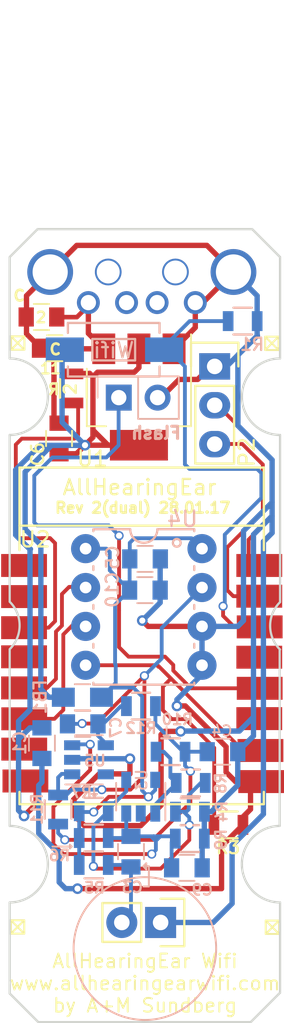
<source format=kicad_pcb>
(kicad_pcb (version 4) (host pcbnew 4.0.4-stable)

  (general
    (links 72)
    (no_connects 2)
    (area 140.549999 39.324999 161.450001 106.500001)
    (thickness 1.6)
    (drawings 77)
    (tracks 433)
    (zones 0)
    (modules 33)
    (nets 20)
  )

  (page A4)
  (layers
    (0 F.Cu signal)
    (31 B.Cu signal)
    (32 B.Adhes user hide)
    (33 F.Adhes user hide)
    (34 B.Paste user hide)
    (35 F.Paste user hide)
    (36 B.SilkS user)
    (37 F.SilkS user)
    (38 B.Mask user hide)
    (39 F.Mask user hide)
    (40 Dwgs.User user hide)
    (41 Cmts.User user hide)
    (42 Eco1.User user hide)
    (43 Eco2.User user hide)
    (44 Edge.Cuts user)
    (45 Margin user hide)
    (46 B.CrtYd user hide)
    (47 F.CrtYd user hide)
    (48 B.Fab user hide)
    (49 F.Fab user hide)
  )

  (setup
    (last_trace_width 0.25)
    (trace_clearance 0.2)
    (zone_clearance 0.508)
    (zone_45_only yes)
    (trace_min 0.2)
    (segment_width 0.127)
    (edge_width 0.15)
    (via_size 0.6)
    (via_drill 0.4)
    (via_min_size 0.4)
    (via_min_drill 0.3)
    (uvia_size 0.3)
    (uvia_drill 0.1)
    (uvias_allowed no)
    (uvia_min_size 0.2)
    (uvia_min_drill 0.1)
    (pcb_text_width 0.3)
    (pcb_text_size 1.5 1.5)
    (mod_edge_width 0.15)
    (mod_text_size 1 1)
    (mod_text_width 0.15)
    (pad_size 2.5 1.6)
    (pad_drill 0)
    (pad_to_mask_clearance 0.2)
    (aux_axis_origin 0 0)
    (visible_elements 7FFEFFFF)
    (pcbplotparams
      (layerselection 0x010f0_80000001)
      (usegerberextensions false)
      (excludeedgelayer true)
      (linewidth 0.100000)
      (plotframeref false)
      (viasonmask false)
      (mode 1)
      (useauxorigin false)
      (hpglpennumber 1)
      (hpglpenspeed 20)
      (hpglpendiameter 15)
      (hpglpenoverlay 2)
      (psnegative false)
      (psa4output false)
      (plotreference true)
      (plotvalue true)
      (plotinvisibletext false)
      (padsonsilk false)
      (subtractmaskfromsilk false)
      (outputformat 1)
      (mirror false)
      (drillshape 0)
      (scaleselection 1)
      (outputdirectory ""))
  )

  (net 0 "")
  (net 1 GND)
  (net 2 VCC)
  (net 3 SS)
  (net 4 MISO)
  (net 5 SCLK)
  (net 6 +5V)
  (net 7 "Net-(C10-Pad2)")
  (net 8 "Net-(P2-Pad2)")
  (net 9 "Net-(P2-Pad3)")
  (net 10 "Net-(R1-Pad2)")
  (net 11 "Net-(R2-Pad1)")
  (net 12 "Net-(SW2-Pad1)")
  (net 13 "Net-(C3-Pad1)")
  (net 14 "Net-(C3-Pad2)")
  (net 15 "Net-(C7-Pad1)")
  (net 16 "Net-(C7-Pad2)")
  (net 17 "Net-(C4-Pad2)")
  (net 18 "Net-(R4-Pad2)")
  (net 19 "Net-(R10-Pad1)")

  (net_class Default "This is the default net class."
    (clearance 0.2)
    (trace_width 0.25)
    (via_dia 0.6)
    (via_drill 0.4)
    (uvia_dia 0.3)
    (uvia_drill 0.1)
    (add_net MISO)
    (add_net "Net-(C10-Pad2)")
    (add_net "Net-(C3-Pad1)")
    (add_net "Net-(C3-Pad2)")
    (add_net "Net-(C4-Pad2)")
    (add_net "Net-(C7-Pad1)")
    (add_net "Net-(C7-Pad2)")
    (add_net "Net-(P2-Pad2)")
    (add_net "Net-(P2-Pad3)")
    (add_net "Net-(R1-Pad2)")
    (add_net "Net-(R10-Pad1)")
    (add_net "Net-(R2-Pad1)")
    (add_net "Net-(R4-Pad2)")
    (add_net "Net-(SW2-Pad1)")
    (add_net SCLK)
    (add_net SS)
  )

  (net_class BigGnd ""
    (clearance 0.3)
    (trace_width 0.45)
    (via_dia 0.6)
    (via_drill 0.4)
    (uvia_dia 0.3)
    (uvia_drill 0.1)
  )

  (net_class Power ""
    (clearance 0.3)
    (trace_width 0.35)
    (via_dia 0.7)
    (via_drill 0.4)
    (uvia_dia 0.3)
    (uvia_drill 0.1)
    (add_net +5V)
    (add_net GND)
    (add_net VCC)
  )

  (module Buttons_Switches_SMD:SW_SPST_EVQPE1 (layer B.Cu) (tedit 588CFABA) (tstamp 588CDAB7)
    (at 148.96 62.48 180)
    (descr "Light Touch Switch")
    (path /5849753C)
    (attr smd)
    (fp_text reference Wifi (at 0 -0.04 180) (layer B.SilkS)
      (effects (font (size 1 1) (thickness 0.15)) (justify mirror))
    )
    (fp_text value SW_PUSH (at 0 -3 180) (layer B.Fab)
      (effects (font (size 1 1) (thickness 0.15)) (justify mirror))
    )
    (fp_line (start -1.4 0.7) (end 1.4 0.7) (layer B.SilkS) (width 0.15))
    (fp_line (start 1.4 0.7) (end 1.4 -0.7) (layer B.SilkS) (width 0.15))
    (fp_line (start 1.4 -0.7) (end -1.4 -0.7) (layer B.SilkS) (width 0.15))
    (fp_line (start -1.4 -0.7) (end -1.4 0.7) (layer B.SilkS) (width 0.15))
    (fp_line (start -3.95 2) (end 3.95 2) (layer B.CrtYd) (width 0.05))
    (fp_line (start 3.95 2) (end 3.95 -2) (layer B.CrtYd) (width 0.05))
    (fp_line (start 3.95 -2) (end -3.95 -2) (layer B.CrtYd) (width 0.05))
    (fp_line (start -3.95 -2) (end -3.95 2) (layer B.CrtYd) (width 0.05))
    (fp_line (start 3 1.75) (end 3 1.1) (layer B.SilkS) (width 0.15))
    (fp_line (start 3 -1.75) (end 3 -1.1) (layer B.SilkS) (width 0.15))
    (fp_line (start -3 -1.1) (end -3 -1.75) (layer B.SilkS) (width 0.15))
    (fp_line (start -3 1.75) (end -3 1.1) (layer B.SilkS) (width 0.15))
    (fp_line (start 3 1.75) (end -3 1.75) (layer B.SilkS) (width 0.15))
    (fp_line (start -3 -1.75) (end 3 -1.75) (layer B.SilkS) (width 0.15))
    (pad 2 smd rect (at 3.2 0 180) (size 2.5 1.6) (layers B.Cu B.Paste B.Mask)
      (net 2 VCC))
    (pad 1 smd rect (at -3.3 0 180) (size 2.5 1.6) (layers B.Cu B.Paste B.Mask)
      (net 10 "Net-(R1-Pad2)"))
  )

  (module Resistors_SMD:R_0805 (layer B.Cu) (tedit 588D0264) (tstamp 588CDA83)
    (at 152.68 88.75)
    (descr "Resistor SMD 0805, reflow soldering, Vishay (see dcrcw.pdf)")
    (tags "resistor 0805")
    (path /588D1F70)
    (attr smd)
    (fp_text reference R10 (at 0.45 -2.11 180) (layer B.SilkS)
      (effects (font (size 0.7 0.7) (thickness 0.15)) (justify mirror))
    )
    (fp_text value 51k (at 0 -2.1) (layer B.Fab)
      (effects (font (size 1 1) (thickness 0.15)) (justify mirror))
    )
    (fp_line (start -1 -0.625) (end -1 0.625) (layer B.Fab) (width 0.1))
    (fp_line (start 1 -0.625) (end -1 -0.625) (layer B.Fab) (width 0.1))
    (fp_line (start 1 0.625) (end 1 -0.625) (layer B.Fab) (width 0.1))
    (fp_line (start -1 0.625) (end 1 0.625) (layer B.Fab) (width 0.1))
    (fp_line (start -1.6 1) (end 1.6 1) (layer B.CrtYd) (width 0.05))
    (fp_line (start -1.6 -1) (end 1.6 -1) (layer B.CrtYd) (width 0.05))
    (fp_line (start -1.6 1) (end -1.6 -1) (layer B.CrtYd) (width 0.05))
    (fp_line (start 1.6 1) (end 1.6 -1) (layer B.CrtYd) (width 0.05))
    (fp_line (start 0.6 -0.875) (end -0.6 -0.875) (layer B.SilkS) (width 0.15))
    (fp_line (start -0.6 0.875) (end 0.6 0.875) (layer B.SilkS) (width 0.15))
    (pad 1 smd rect (at -0.95 0) (size 0.7 1.3) (layers B.Cu B.Paste B.Mask)
      (net 19 "Net-(R10-Pad1)"))
    (pad 2 smd rect (at 0.95 0) (size 0.7 1.3) (layers B.Cu B.Paste B.Mask)
      (net 17 "Net-(C4-Pad2)"))
    (model Resistors_SMD.3dshapes/R_0805.wrl
      (at (xyz 0 0 0))
      (scale (xyz 1 1 1))
      (rotate (xyz 0 0 0))
    )
  )

  (module ASKicadLib:ESP-07_AS (layer F.Cu) (tedit 588E25FD) (tstamp 588A5E2C)
    (at 143.79 76.58)
    (descr "Module, ESP-8266, ESP-07v2, 16 pad, SMD")
    (tags "Module ESP-8266 ESP8266")
    (path /58495FE2)
    (fp_text reference U2 (at 0.025 -1.7 180) (layer F.SilkS)
      (effects (font (size 1 1) (thickness 0.15)))
    )
    (fp_text value ESP-07v2 (at 7.25 2.25) (layer F.Fab)
      (effects (font (size 1 1) (thickness 0.15)))
    )
    (fp_line (start -2.25 -0.5) (end -2.25 -6.65) (layer F.CrtYd) (width 0.05))
    (fp_line (start -2.25 -6.65) (end 16.25 -6.65) (layer F.CrtYd) (width 0.05))
    (fp_line (start 16.25 -6.65) (end 16.25 16) (layer F.CrtYd) (width 0.05))
    (fp_line (start 16.25 16) (end -2.25 16) (layer F.CrtYd) (width 0.05))
    (fp_line (start -2.25 16) (end -2.25 -0.5) (layer F.CrtYd) (width 0.05))
    (fp_line (start -1 -6.4) (end 15 -6.4) (layer F.SilkS) (width 0.1524))
    (fp_line (start 15 -6.4) (end 15 -1) (layer F.SilkS) (width 0.1524))
    (fp_line (start -1 -6.4) (end -1 -1) (layer F.SilkS) (width 0.1524))
    (fp_line (start -1 14.8) (end -1 15.6) (layer F.SilkS) (width 0.1524))
    (fp_line (start -1 15.6) (end 15 15.6) (layer F.SilkS) (width 0.1524))
    (fp_line (start 15 15.6) (end 15 14.8) (layer F.SilkS) (width 0.1524))
    (fp_text user AllHearingEar (at 6.86 -5.11) (layer F.SilkS)
      (effects (font (size 1 1) (thickness 0.15)))
    )
    (fp_line (start -1.008 -2.6) (end 14.992 -2.6) (layer F.SilkS) (width 0.1524))
    (fp_line (start 15 -6.4) (end 15 15.6) (layer F.Fab) (width 0.05))
    (fp_line (start 15 15.6) (end -1 15.6) (layer F.Fab) (width 0.05))
    (fp_line (start -1.008 15.6) (end -1.008 -6.4) (layer F.Fab) (width 0.05))
    (fp_line (start -1 -6.4) (end 15 -6.4) (layer F.Fab) (width 0.05))
    (pad 9 smd rect (at 14.127 14.1224) (size 3 1.5) (drill (offset 0.7 0)) (layers F.Cu F.Paste F.Mask)
      (net 1 GND))
    (pad 10 smd rect (at 14.0762 12.0904) (size 3 1.5) (drill (offset 0.7 0)) (layers F.Cu F.Paste F.Mask)
      (net 3 SS))
    (pad 11 smd rect (at 14 10.0076) (size 3 1.5) (drill (offset 0.7 0)) (layers F.Cu F.Paste F.Mask))
    (pad 12 smd rect (at 14.0254 8.0264) (size 3 1.5) (drill (offset 0.7 0)) (layers F.Cu F.Paste F.Mask)
      (net 12 "Net-(SW2-Pad1)"))
    (pad 13 smd rect (at 14 5.9944) (size 3 1.5) (drill (offset 0.7 0)) (layers F.Cu F.Paste F.Mask))
    (pad 14 smd rect (at 14.0254 4.0132) (size 3 1.5) (drill (offset 0.7 0)) (layers F.Cu F.Paste F.Mask)
      (net 10 "Net-(R1-Pad2)"))
    (pad 15 smd rect (at 14 2.0066) (size 3 1.5) (drill (offset 0.7 0)) (layers F.Cu F.Paste F.Mask)
      (net 9 "Net-(P2-Pad3)"))
    (pad 8 smd rect (at 0.0889 14.0843) (size 3 1.5) (drill (offset -0.7 0)) (layers F.Cu F.Paste F.Mask)
      (net 2 VCC))
    (pad 7 smd rect (at 0.0127 12.0015) (size 3 1.5) (drill (offset -0.7 0)) (layers F.Cu F.Paste F.Mask))
    (pad 6 smd rect (at 0.0127 10.0203) (size 3 1.5) (drill (offset -0.7 0)) (layers F.Cu F.Paste F.Mask)
      (net 4 MISO))
    (pad 5 smd rect (at 0 8.001) (size 3 1.5) (drill (offset -0.7 0)) (layers F.Cu F.Paste F.Mask)
      (net 5 SCLK))
    (pad 4 smd rect (at 0 5.969) (size 3 1.5) (drill (offset -0.7 0)) (layers F.Cu F.Paste F.Mask))
    (pad 3 smd rect (at 0 4.064) (size 3 1.5) (drill (offset -0.7 0)) (layers F.Cu F.Paste F.Mask)
      (net 11 "Net-(R2-Pad1)"))
    (pad 2 smd rect (at 0 2.032) (size 3 1.5) (drill (offset -0.7 0)) (layers F.Cu F.Paste F.Mask))
    (pad 1 smd rect (at 0 0) (size 3 1.5) (drill (offset -0.7 0)) (layers F.Cu F.Paste F.Mask))
    (pad 16 smd rect (at 14 0) (size 3 1.5) (drill (offset 0.7 0)) (layers F.Cu F.Paste F.Mask)
      (net 8 "Net-(P2-Pad2)"))
    (model ${ESPLIB}/ESP8266.3dshapes/ESP-07v2.wrl
      (at (xyz 0 0 0))
      (scale (xyz 0.3937 0.3937 0.3937))
      (rotate (xyz 0 0 0))
    )
  )

  (module Capacitors_SMD:C_0805 (layer B.Cu) (tedit 588CCCE2) (tstamp 588A5D07)
    (at 151 78.19 180)
    (descr "Capacitor SMD 0805, reflow soldering, AVX (see smccp.pdf)")
    (tags "capacitor 0805")
    (path /58499029)
    (attr smd)
    (fp_text reference C10 (at 2.14 0.02 270) (layer B.SilkS)
      (effects (font (size 0.8 0.8) (thickness 0.15)) (justify mirror))
    )
    (fp_text value 0,1 (at 0 -2.1 180) (layer B.Fab)
      (effects (font (size 1 1) (thickness 0.15)) (justify mirror))
    )
    (fp_line (start -1 -0.625) (end -1 0.625) (layer B.Fab) (width 0.1))
    (fp_line (start 1 -0.625) (end -1 -0.625) (layer B.Fab) (width 0.1))
    (fp_line (start 1 0.625) (end 1 -0.625) (layer B.Fab) (width 0.1))
    (fp_line (start -1 0.625) (end 1 0.625) (layer B.Fab) (width 0.1))
    (fp_line (start -1.8 1) (end 1.8 1) (layer B.CrtYd) (width 0.05))
    (fp_line (start -1.8 -1) (end 1.8 -1) (layer B.CrtYd) (width 0.05))
    (fp_line (start -1.8 1) (end -1.8 -1) (layer B.CrtYd) (width 0.05))
    (fp_line (start 1.8 1) (end 1.8 -1) (layer B.CrtYd) (width 0.05))
    (fp_line (start 0.5 0.85) (end -0.5 0.85) (layer B.SilkS) (width 0.12))
    (fp_line (start -0.5 -0.85) (end 0.5 -0.85) (layer B.SilkS) (width 0.12))
    (pad 1 smd rect (at -1 0 180) (size 1 1.25) (layers B.Cu B.Paste B.Mask)
      (net 1 GND))
    (pad 2 smd rect (at 1 0 180) (size 1 1.25) (layers B.Cu B.Paste B.Mask)
      (net 7 "Net-(C10-Pad2)"))
    (model Capacitors_SMD.3dshapes/C_0805.wrl
      (at (xyz 0 0 0))
      (scale (xyz 1 1 1))
      (rotate (xyz 0 0 0))
    )
  )

  (module Power_Integrations:PDIP-8 (layer B.Cu) (tedit 588CCA20) (tstamp 588A5E5C)
    (at 150.93 79.29 270)
    (descr "PDIP-8 Standard 300mil 8pin Dual In Line Package")
    (tags "Power Integrations P Package")
    (path /58495F1E)
    (fp_text reference U4 (at -5.75 -2.53 540) (layer B.SilkS)
      (effects (font (size 1 1) (thickness 0.15)) (justify mirror))
    )
    (fp_text value MCP3201 (at 0 0 270) (layer B.Fab)
      (effects (font (size 1 1) (thickness 0.15)) (justify mirror))
    )
    (fp_line (start -5.08 -0.889) (end -5.08 -3.302) (layer B.SilkS) (width 0.15))
    (fp_line (start -5.08 0.889) (end -5.08 3.302) (layer B.SilkS) (width 0.15))
    (fp_arc (start -5.08 0) (end -4.191 0) (angle -90) (layer B.SilkS) (width 0.15))
    (fp_arc (start -5.08 0) (end -5.08 0.889) (angle -90) (layer B.SilkS) (width 0.15))
    (fp_circle (center -4.191 -2.159) (end -3.937 -2.159) (layer B.SilkS) (width 0.15))
    (fp_line (start 5.08 -3.302) (end 4.953 -3.302) (layer B.SilkS) (width 0.15))
    (fp_line (start 2.413 -3.302) (end 2.667 -3.302) (layer B.SilkS) (width 0.15))
    (fp_line (start -0.127 -3.302) (end 0.127 -3.302) (layer B.SilkS) (width 0.15))
    (fp_line (start -2.667 -3.302) (end -2.413 -3.302) (layer B.SilkS) (width 0.15))
    (fp_line (start -5.08 -3.302) (end -4.953 -3.302) (layer B.SilkS) (width 0.15))
    (fp_line (start -5.08 3.302) (end -4.953 3.302) (layer B.SilkS) (width 0.15))
    (fp_line (start 5.08 3.302) (end 4.953 3.302) (layer B.SilkS) (width 0.15))
    (fp_line (start 2.413 3.302) (end 2.667 3.302) (layer B.SilkS) (width 0.15))
    (fp_line (start -0.127 3.302) (end 0.127 3.302) (layer B.SilkS) (width 0.15))
    (fp_line (start -2.667 3.302) (end -2.413 3.302) (layer B.SilkS) (width 0.15))
    (fp_line (start 5.08 -3.302) (end 5.08 3.302) (layer B.SilkS) (width 0.15))
    (pad 1 thru_hole circle (at -3.81 -3.81 270) (size 1.905 1.905) (drill 0.762) (layers *.Cu *.Mask)
      (net 7 "Net-(C10-Pad2)"))
    (pad 2 thru_hole circle (at -1.27 -3.81 270) (size 1.905 1.905) (drill 0.762) (layers *.Cu *.Mask)
      (net 16 "Net-(C7-Pad2)"))
    (pad 3 thru_hole circle (at 1.27 -3.81 270) (size 1.905 1.905) (drill 0.762) (layers *.Cu *.Mask)
      (net 1 GND))
    (pad 4 thru_hole circle (at 3.81 -3.81 270) (size 1.905 1.905) (drill 0.762) (layers *.Cu *.Mask)
      (net 1 GND))
    (pad 5 thru_hole circle (at 3.81 3.81 270) (size 1.905 1.905) (drill 0.762) (layers *.Cu *.Mask)
      (net 3 SS))
    (pad 6 thru_hole circle (at 1.27 3.81 270) (size 1.905 1.905) (drill 0.762) (layers *.Cu *.Mask)
      (net 4 MISO))
    (pad 7 thru_hole circle (at -1.27 3.81 270) (size 1.905 1.905) (drill 0.762) (layers *.Cu *.Mask)
      (net 5 SCLK))
    (pad 8 thru_hole circle (at -3.81 3.81 270) (size 1.905 1.905) (drill 0.762) (layers *.Cu *.Mask)
      (net 7 "Net-(C10-Pad2)"))
  )

  (module Capacitors_SMD:C_0805_HandSoldering (layer B.Cu) (tedit 588CCD44) (tstamp 588A5D17)
    (at 146.91 85.19 180)
    (descr "Capacitor SMD 0805, hand soldering")
    (tags "capacitor 0805")
    (path /5849DA18)
    (attr smd)
    (fp_text reference FB1 (at 2.77 0.02 270) (layer B.SilkS)
      (effects (font (size 0.8 0.8) (thickness 0.15)) (justify mirror))
    )
    (fp_text value FERRITE (at 0 -2.1 180) (layer B.Fab)
      (effects (font (size 1 1) (thickness 0.15)) (justify mirror))
    )
    (fp_line (start -1 -0.625) (end -1 0.625) (layer B.Fab) (width 0.1))
    (fp_line (start 1 -0.625) (end -1 -0.625) (layer B.Fab) (width 0.1))
    (fp_line (start 1 0.625) (end 1 -0.625) (layer B.Fab) (width 0.1))
    (fp_line (start -1 0.625) (end 1 0.625) (layer B.Fab) (width 0.1))
    (fp_line (start -2.3 1) (end 2.3 1) (layer B.CrtYd) (width 0.05))
    (fp_line (start -2.3 -1) (end 2.3 -1) (layer B.CrtYd) (width 0.05))
    (fp_line (start -2.3 1) (end -2.3 -1) (layer B.CrtYd) (width 0.05))
    (fp_line (start 2.3 1) (end 2.3 -1) (layer B.CrtYd) (width 0.05))
    (fp_line (start 0.5 0.85) (end -0.5 0.85) (layer B.SilkS) (width 0.12))
    (fp_line (start -0.5 -0.85) (end 0.5 -0.85) (layer B.SilkS) (width 0.12))
    (pad 1 smd rect (at -1.25 0 180) (size 1.5 1.25) (layers B.Cu B.Paste B.Mask)
      (net 7 "Net-(C10-Pad2)"))
    (pad 2 smd rect (at 1.25 0 180) (size 1.5 1.25) (layers B.Cu B.Paste B.Mask)
      (net 2 VCC))
    (model Capacitors_SMD.3dshapes/C_0805_HandSoldering.wrl
      (at (xyz 0 0 0))
      (scale (xyz 1 1 1))
      (rotate (xyz 0 0 0))
    )
  )

  (module Capacitors_SMD:C_0805 (layer B.Cu) (tedit 588D020F) (tstamp 588A5C77)
    (at 144.26 88.19 270)
    (descr "Capacitor SMD 0805, reflow soldering, AVX (see smccp.pdf)")
    (tags "capacitor 0805")
    (path /58496C2E)
    (attr smd)
    (fp_text reference C1 (at -0.01 1.45 270) (layer B.SilkS)
      (effects (font (size 0.8 0.8) (thickness 0.15)) (justify mirror))
    )
    (fp_text value 0,1uF (at 0 -2.1 270) (layer B.Fab)
      (effects (font (size 1 1) (thickness 0.15)) (justify mirror))
    )
    (fp_line (start -1 -0.625) (end -1 0.625) (layer B.Fab) (width 0.1))
    (fp_line (start 1 -0.625) (end -1 -0.625) (layer B.Fab) (width 0.1))
    (fp_line (start 1 0.625) (end 1 -0.625) (layer B.Fab) (width 0.1))
    (fp_line (start -1 0.625) (end 1 0.625) (layer B.Fab) (width 0.1))
    (fp_line (start -1.8 1) (end 1.8 1) (layer B.CrtYd) (width 0.05))
    (fp_line (start -1.8 -1) (end 1.8 -1) (layer B.CrtYd) (width 0.05))
    (fp_line (start -1.8 1) (end -1.8 -1) (layer B.CrtYd) (width 0.05))
    (fp_line (start 1.8 1) (end 1.8 -1) (layer B.CrtYd) (width 0.05))
    (fp_line (start 0.5 0.85) (end -0.5 0.85) (layer B.SilkS) (width 0.12))
    (fp_line (start -0.5 -0.85) (end 0.5 -0.85) (layer B.SilkS) (width 0.12))
    (pad 1 smd rect (at -1 0 270) (size 1 1.25) (layers B.Cu B.Paste B.Mask)
      (net 2 VCC))
    (pad 2 smd rect (at 1 0 270) (size 1 1.25) (layers B.Cu B.Paste B.Mask)
      (net 1 GND))
    (model Capacitors_SMD.3dshapes/C_0805.wrl
      (at (xyz 0 0 0))
      (scale (xyz 1 1 1))
      (rotate (xyz 0 0 0))
    )
  )

  (module Capacitors_SMD:C_0805 (layer B.Cu) (tedit 588CCCEB) (tstamp 588A5CB7)
    (at 151.01 76.15 180)
    (descr "Capacitor SMD 0805, reflow soldering, AVX (see smccp.pdf)")
    (tags "capacitor 0805")
    (path /584989F9)
    (attr smd)
    (fp_text reference C5 (at 2.12 0.09 270) (layer B.SilkS)
      (effects (font (size 0.8 0.8) (thickness 0.15)) (justify mirror))
    )
    (fp_text value 0,1 (at 0 -2.1 180) (layer B.Fab)
      (effects (font (size 1 1) (thickness 0.15)) (justify mirror))
    )
    (fp_line (start -1 -0.625) (end -1 0.625) (layer B.Fab) (width 0.1))
    (fp_line (start 1 -0.625) (end -1 -0.625) (layer B.Fab) (width 0.1))
    (fp_line (start 1 0.625) (end 1 -0.625) (layer B.Fab) (width 0.1))
    (fp_line (start -1 0.625) (end 1 0.625) (layer B.Fab) (width 0.1))
    (fp_line (start -1.8 1) (end 1.8 1) (layer B.CrtYd) (width 0.05))
    (fp_line (start -1.8 -1) (end 1.8 -1) (layer B.CrtYd) (width 0.05))
    (fp_line (start -1.8 1) (end -1.8 -1) (layer B.CrtYd) (width 0.05))
    (fp_line (start 1.8 1) (end 1.8 -1) (layer B.CrtYd) (width 0.05))
    (fp_line (start 0.5 0.85) (end -0.5 0.85) (layer B.SilkS) (width 0.12))
    (fp_line (start -0.5 -0.85) (end 0.5 -0.85) (layer B.SilkS) (width 0.12))
    (pad 1 smd rect (at -1 0 180) (size 1 1.25) (layers B.Cu B.Paste B.Mask)
      (net 1 GND))
    (pad 2 smd rect (at 1 0 180) (size 1 1.25) (layers B.Cu B.Paste B.Mask)
      (net 7 "Net-(C10-Pad2)"))
    (model Capacitors_SMD.3dshapes/C_0805.wrl
      (at (xyz 0 0 0))
      (scale (xyz 1 1 1))
      (rotate (xyz 0 0 0))
    )
  )

  (module Resistors_SMD:R_0805 (layer B.Cu) (tedit 588CCC94) (tstamp 588A5D4A)
    (at 157.4 60.61 180)
    (descr "Resistor SMD 0805, reflow soldering, Vishay (see dcrcw.pdf)")
    (tags "resistor 0805")
    (path /584974BB)
    (attr smd)
    (fp_text reference R1 (at -0.62 -1.52 360) (layer B.SilkS)
      (effects (font (size 0.8 0.8) (thickness 0.15)) (justify mirror))
    )
    (fp_text value 10k (at 0 -2.1 180) (layer B.Fab)
      (effects (font (size 1 1) (thickness 0.15)) (justify mirror))
    )
    (fp_line (start -1 -0.625) (end -1 0.625) (layer B.Fab) (width 0.1))
    (fp_line (start 1 -0.625) (end -1 -0.625) (layer B.Fab) (width 0.1))
    (fp_line (start 1 0.625) (end 1 -0.625) (layer B.Fab) (width 0.1))
    (fp_line (start -1 0.625) (end 1 0.625) (layer B.Fab) (width 0.1))
    (fp_line (start -1.6 1) (end 1.6 1) (layer B.CrtYd) (width 0.05))
    (fp_line (start -1.6 -1) (end 1.6 -1) (layer B.CrtYd) (width 0.05))
    (fp_line (start -1.6 1) (end -1.6 -1) (layer B.CrtYd) (width 0.05))
    (fp_line (start 1.6 1) (end 1.6 -1) (layer B.CrtYd) (width 0.05))
    (fp_line (start 0.6 -0.875) (end -0.6 -0.875) (layer B.SilkS) (width 0.15))
    (fp_line (start -0.6 0.875) (end 0.6 0.875) (layer B.SilkS) (width 0.15))
    (pad 1 smd rect (at -0.95 0 180) (size 0.7 1.3) (layers B.Cu B.Paste B.Mask)
      (net 1 GND))
    (pad 2 smd rect (at 0.95 0 180) (size 0.7 1.3) (layers B.Cu B.Paste B.Mask)
      (net 10 "Net-(R1-Pad2)"))
    (model Resistors_SMD.3dshapes/R_0805.wrl
      (at (xyz 0 0 0))
      (scale (xyz 1 1 1))
      (rotate (xyz 0 0 0))
    )
  )

  (module Resistors_SMD:R_0805 (layer F.Cu) (tedit 588CCAFB) (tstamp 588A5D6A)
    (at 156.47 93.53)
    (descr "Resistor SMD 0805, reflow soldering, Vishay (see dcrcw.pdf)")
    (tags "resistor 0805")
    (path /58497D8F)
    (attr smd)
    (fp_text reference R3 (at -0.02 1.49 180) (layer F.SilkS)
      (effects (font (size 0.8 0.8) (thickness 0.15)))
    )
    (fp_text value 10k (at 0 2.1) (layer F.Fab)
      (effects (font (size 1 1) (thickness 0.15)))
    )
    (fp_line (start -1 0.625) (end -1 -0.625) (layer F.Fab) (width 0.1))
    (fp_line (start 1 0.625) (end -1 0.625) (layer F.Fab) (width 0.1))
    (fp_line (start 1 -0.625) (end 1 0.625) (layer F.Fab) (width 0.1))
    (fp_line (start -1 -0.625) (end 1 -0.625) (layer F.Fab) (width 0.1))
    (fp_line (start -1.6 -1) (end 1.6 -1) (layer F.CrtYd) (width 0.05))
    (fp_line (start -1.6 1) (end 1.6 1) (layer F.CrtYd) (width 0.05))
    (fp_line (start -1.6 -1) (end -1.6 1) (layer F.CrtYd) (width 0.05))
    (fp_line (start 1.6 -1) (end 1.6 1) (layer F.CrtYd) (width 0.05))
    (fp_line (start 0.6 0.875) (end -0.6 0.875) (layer F.SilkS) (width 0.15))
    (fp_line (start -0.6 -0.875) (end 0.6 -0.875) (layer F.SilkS) (width 0.15))
    (pad 1 smd rect (at -0.95 0) (size 0.7 1.3) (layers F.Cu F.Paste F.Mask)
      (net 3 SS))
    (pad 2 smd rect (at 0.95 0) (size 0.7 1.3) (layers F.Cu F.Paste F.Mask)
      (net 1 GND))
    (model Resistors_SMD.3dshapes/R_0805.wrl
      (at (xyz 0 0 0))
      (scale (xyz 1 1 1))
      (rotate (xyz 0 0 0))
    )
  )

  (module TO_SOT_Packages_SMD:SOT-223 (layer F.Cu) (tedit 588CCCBA) (tstamp 588A5E07)
    (at 150.61 65.57 270)
    (descr "module CMS SOT223 4 pins")
    (tags "CMS SOT")
    (path /58495D09)
    (attr smd)
    (fp_text reference U1 (at 4.03 3.05 360) (layer F.SilkS)
      (effects (font (size 1 1) (thickness 0.15)))
    )
    (fp_text value LM1117-3.3 (at 0 4.5 270) (layer F.Fab)
      (effects (font (size 1 1) (thickness 0.15)))
    )
    (fp_line (start 1.91 3.41) (end 1.91 2.15) (layer F.SilkS) (width 0.12))
    (fp_line (start 1.91 -3.41) (end 1.91 -2.15) (layer F.SilkS) (width 0.12))
    (fp_line (start 4.4 -3.6) (end -4.4 -3.6) (layer F.CrtYd) (width 0.05))
    (fp_line (start 4.4 3.6) (end 4.4 -3.6) (layer F.CrtYd) (width 0.05))
    (fp_line (start -4.4 3.6) (end 4.4 3.6) (layer F.CrtYd) (width 0.05))
    (fp_line (start -4.4 -3.6) (end -4.4 3.6) (layer F.CrtYd) (width 0.05))
    (fp_line (start -1.85 -2.35) (end -0.85 -3.35) (layer F.Fab) (width 0.1))
    (fp_line (start -1.85 -2.35) (end -1.85 3.35) (layer F.Fab) (width 0.1))
    (fp_line (start -1.85 3.41) (end 1.91 3.41) (layer F.SilkS) (width 0.12))
    (fp_line (start -0.85 -3.35) (end 1.85 -3.35) (layer F.Fab) (width 0.1))
    (fp_line (start -4.1 -3.41) (end 1.91 -3.41) (layer F.SilkS) (width 0.12))
    (fp_line (start -1.85 3.35) (end 1.85 3.35) (layer F.Fab) (width 0.1))
    (fp_line (start 1.85 -3.35) (end 1.85 3.35) (layer F.Fab) (width 0.1))
    (pad 4 smd rect (at 3.15 0 270) (size 2 3.8) (layers F.Cu F.Paste F.Mask)
      (net 2 VCC))
    (pad 2 smd rect (at -3.15 0 270) (size 2 1.5) (layers F.Cu F.Paste F.Mask)
      (net 2 VCC))
    (pad 3 smd rect (at -3.15 2.3 270) (size 2 1.5) (layers F.Cu F.Paste F.Mask)
      (net 6 +5V))
    (pad 1 smd rect (at -3.15 -2.3 270) (size 2 1.5) (layers F.Cu F.Paste F.Mask)
      (net 1 GND))
    (model TO_SOT_Packages_SMD.3dshapes/SOT-223.wrl
      (at (xyz 0 0 0))
      (scale (xyz 0.4 0.4 0.4))
      (rotate (xyz 0 0 90))
    )
  )

  (module Capacitors_SMD:C_0805 (layer F.Cu) (tedit 588CC85A) (tstamp 588CC6AD)
    (at 145.38 68.28 90)
    (descr "Capacitor SMD 0805, reflow soldering, AVX (see smccp.pdf)")
    (tags "capacitor 0805")
    (path /588CCCA0)
    (attr smd)
    (fp_text reference C6 (at -1.03 -1.4 90) (layer F.SilkS)
      (effects (font (size 0.8 0.8) (thickness 0.15)))
    )
    (fp_text value 0,1uF (at 0 2.1 90) (layer F.Fab)
      (effects (font (size 1 1) (thickness 0.15)))
    )
    (fp_line (start -1 0.625) (end -1 -0.625) (layer F.Fab) (width 0.1))
    (fp_line (start 1 0.625) (end -1 0.625) (layer F.Fab) (width 0.1))
    (fp_line (start 1 -0.625) (end 1 0.625) (layer F.Fab) (width 0.1))
    (fp_line (start -1 -0.625) (end 1 -0.625) (layer F.Fab) (width 0.1))
    (fp_line (start -1.8 -1) (end 1.8 -1) (layer F.CrtYd) (width 0.05))
    (fp_line (start -1.8 1) (end 1.8 1) (layer F.CrtYd) (width 0.05))
    (fp_line (start -1.8 -1) (end -1.8 1) (layer F.CrtYd) (width 0.05))
    (fp_line (start 1.8 -1) (end 1.8 1) (layer F.CrtYd) (width 0.05))
    (fp_line (start 0.5 -0.85) (end -0.5 -0.85) (layer F.SilkS) (width 0.12))
    (fp_line (start -0.5 0.85) (end 0.5 0.85) (layer F.SilkS) (width 0.12))
    (pad 1 smd rect (at -1 0 90) (size 1 1.25) (layers F.Cu F.Paste F.Mask)
      (net 2 VCC))
    (pad 2 smd rect (at 1 0 90) (size 1 1.25) (layers F.Cu F.Paste F.Mask)
      (net 1 GND))
    (model Capacitors_SMD.3dshapes/C_0805.wrl
      (at (xyz 0 0 0))
      (scale (xyz 1 1 1))
      (rotate (xyz 0 0 0))
    )
  )

  (module Capacitors_SMD:C_0805 (layer F.Cu) (tedit 588D0183) (tstamp 588CD980)
    (at 144.23 60.34 180)
    (descr "Capacitor SMD 0805, reflow soldering, AVX (see smccp.pdf)")
    (tags "capacitor 0805")
    (path /58496BB4)
    (attr smd)
    (fp_text reference 2 (at 0.03 -0.03 360) (layer F.SilkS)
      (effects (font (size 0.7 0.7) (thickness 0.15)))
    )
    (fp_text value 10uF (at 0 2.1 180) (layer F.Fab)
      (effects (font (size 1 1) (thickness 0.15)))
    )
    (fp_line (start -1 0.625) (end -1 -0.625) (layer F.Fab) (width 0.1))
    (fp_line (start 1 0.625) (end -1 0.625) (layer F.Fab) (width 0.1))
    (fp_line (start 1 -0.625) (end 1 0.625) (layer F.Fab) (width 0.1))
    (fp_line (start -1 -0.625) (end 1 -0.625) (layer F.Fab) (width 0.1))
    (fp_line (start -1.8 -1) (end 1.8 -1) (layer F.CrtYd) (width 0.05))
    (fp_line (start -1.8 1) (end 1.8 1) (layer F.CrtYd) (width 0.05))
    (fp_line (start -1.8 -1) (end -1.8 1) (layer F.CrtYd) (width 0.05))
    (fp_line (start 1.8 -1) (end 1.8 1) (layer F.CrtYd) (width 0.05))
    (fp_line (start 0.5 -0.85) (end -0.5 -0.85) (layer F.SilkS) (width 0.12))
    (fp_line (start -0.5 0.85) (end 0.5 0.85) (layer F.SilkS) (width 0.12))
    (pad 1 smd rect (at -1 0 180) (size 1 1.25) (layers F.Cu F.Paste F.Mask)
      (net 6 +5V))
    (pad 2 smd rect (at 1 0 180) (size 1 1.25) (layers F.Cu F.Paste F.Mask)
      (net 1 GND))
    (model Capacitors_SMD.3dshapes/C_0805.wrl
      (at (xyz 0 0 0))
      (scale (xyz 1 1 1))
      (rotate (xyz 0 0 0))
    )
  )

  (module Capacitors_SMD:C_0805 (layer B.Cu) (tedit 588D037A) (tstamp 588CD990)
    (at 150.09 95.28 270)
    (descr "Capacitor SMD 0805, reflow soldering, AVX (see smccp.pdf)")
    (tags "capacitor 0805")
    (path /588CF5AE)
    (attr smd)
    (fp_text reference C3 (at 2.33 -0.09 540) (layer B.SilkS)
      (effects (font (size 0.7 0.7) (thickness 0.15)) (justify mirror))
    )
    (fp_text value C (at 0 -2.1 270) (layer B.Fab)
      (effects (font (size 1 1) (thickness 0.15)) (justify mirror))
    )
    (fp_line (start -1 -0.625) (end -1 0.625) (layer B.Fab) (width 0.1))
    (fp_line (start 1 -0.625) (end -1 -0.625) (layer B.Fab) (width 0.1))
    (fp_line (start 1 0.625) (end 1 -0.625) (layer B.Fab) (width 0.1))
    (fp_line (start -1 0.625) (end 1 0.625) (layer B.Fab) (width 0.1))
    (fp_line (start -1.8 1) (end 1.8 1) (layer B.CrtYd) (width 0.05))
    (fp_line (start -1.8 -1) (end 1.8 -1) (layer B.CrtYd) (width 0.05))
    (fp_line (start -1.8 1) (end -1.8 -1) (layer B.CrtYd) (width 0.05))
    (fp_line (start 1.8 1) (end 1.8 -1) (layer B.CrtYd) (width 0.05))
    (fp_line (start 0.5 0.85) (end -0.5 0.85) (layer B.SilkS) (width 0.12))
    (fp_line (start -0.5 -0.85) (end 0.5 -0.85) (layer B.SilkS) (width 0.12))
    (pad 1 smd rect (at -1 0 270) (size 1 1.25) (layers B.Cu B.Paste B.Mask)
      (net 13 "Net-(C3-Pad1)"))
    (pad 2 smd rect (at 1 0 270) (size 1 1.25) (layers B.Cu B.Paste B.Mask)
      (net 14 "Net-(C3-Pad2)"))
    (model Capacitors_SMD.3dshapes/C_0805.wrl
      (at (xyz 0 0 0))
      (scale (xyz 1 1 1))
      (rotate (xyz 0 0 0))
    )
  )

  (module Capacitors_SMD:C_0805 (layer B.Cu) (tedit 588D0221) (tstamp 588CD9A0)
    (at 156.08 88.75 180)
    (descr "Capacitor SMD 0805, reflow soldering, AVX (see smccp.pdf)")
    (tags "capacitor 0805")
    (path /588D21BC)
    (attr smd)
    (fp_text reference C4 (at 0.04 1.36 360) (layer B.SilkS)
      (effects (font (size 0.7 0.7) (thickness 0.1175)) (justify mirror))
    )
    (fp_text value 1000pF (at 0 -2.1 180) (layer B.Fab)
      (effects (font (size 1 1) (thickness 0.15)) (justify mirror))
    )
    (fp_line (start -1 -0.625) (end -1 0.625) (layer B.Fab) (width 0.1))
    (fp_line (start 1 -0.625) (end -1 -0.625) (layer B.Fab) (width 0.1))
    (fp_line (start 1 0.625) (end 1 -0.625) (layer B.Fab) (width 0.1))
    (fp_line (start -1 0.625) (end 1 0.625) (layer B.Fab) (width 0.1))
    (fp_line (start -1.8 1) (end 1.8 1) (layer B.CrtYd) (width 0.05))
    (fp_line (start -1.8 -1) (end 1.8 -1) (layer B.CrtYd) (width 0.05))
    (fp_line (start -1.8 1) (end -1.8 -1) (layer B.CrtYd) (width 0.05))
    (fp_line (start 1.8 1) (end 1.8 -1) (layer B.CrtYd) (width 0.05))
    (fp_line (start 0.5 0.85) (end -0.5 0.85) (layer B.SilkS) (width 0.12))
    (fp_line (start -0.5 -0.85) (end 0.5 -0.85) (layer B.SilkS) (width 0.12))
    (pad 1 smd rect (at -1 0 180) (size 1 1.25) (layers B.Cu B.Paste B.Mask)
      (net 1 GND))
    (pad 2 smd rect (at 1 0 180) (size 1 1.25) (layers B.Cu B.Paste B.Mask)
      (net 17 "Net-(C4-Pad2)"))
    (model Capacitors_SMD.3dshapes/C_0805.wrl
      (at (xyz 0 0 0))
      (scale (xyz 1 1 1))
      (rotate (xyz 0 0 0))
    )
  )

  (module Capacitors_SMD:C_0805 (layer B.Cu) (tedit 588D025C) (tstamp 588CD9B0)
    (at 146.93 86.93 180)
    (descr "Capacitor SMD 0805, reflow soldering, AVX (see smccp.pdf)")
    (tags "capacitor 0805")
    (path /588D2DDF)
    (attr smd)
    (fp_text reference C7 (at -2.17 -0.24 450) (layer B.SilkS)
      (effects (font (size 0.7 0.7) (thickness 0.15)) (justify mirror))
    )
    (fp_text value 33pF (at 0 -2.1 180) (layer B.Fab)
      (effects (font (size 1 1) (thickness 0.15)) (justify mirror))
    )
    (fp_line (start -1 -0.625) (end -1 0.625) (layer B.Fab) (width 0.1))
    (fp_line (start 1 -0.625) (end -1 -0.625) (layer B.Fab) (width 0.1))
    (fp_line (start 1 0.625) (end 1 -0.625) (layer B.Fab) (width 0.1))
    (fp_line (start -1 0.625) (end 1 0.625) (layer B.Fab) (width 0.1))
    (fp_line (start -1.8 1) (end 1.8 1) (layer B.CrtYd) (width 0.05))
    (fp_line (start -1.8 -1) (end 1.8 -1) (layer B.CrtYd) (width 0.05))
    (fp_line (start -1.8 1) (end -1.8 -1) (layer B.CrtYd) (width 0.05))
    (fp_line (start 1.8 1) (end 1.8 -1) (layer B.CrtYd) (width 0.05))
    (fp_line (start 0.5 0.85) (end -0.5 0.85) (layer B.SilkS) (width 0.12))
    (fp_line (start -0.5 -0.85) (end 0.5 -0.85) (layer B.SilkS) (width 0.12))
    (pad 1 smd rect (at -1 0 180) (size 1 1.25) (layers B.Cu B.Paste B.Mask)
      (net 15 "Net-(C7-Pad1)"))
    (pad 2 smd rect (at 1 0 180) (size 1 1.25) (layers B.Cu B.Paste B.Mask)
      (net 16 "Net-(C7-Pad2)"))
    (model Capacitors_SMD.3dshapes/C_0805.wrl
      (at (xyz 0 0 0))
      (scale (xyz 1 1 1))
      (rotate (xyz 0 0 0))
    )
  )

  (module Capacitors_SMD:C_0805 (layer B.Cu) (tedit 588D0311) (tstamp 588CD9C0)
    (at 153.75 96.34 180)
    (descr "Capacitor SMD 0805, reflow soldering, AVX (see smccp.pdf)")
    (tags "capacitor 0805")
    (path /5883CA35)
    (attr smd)
    (fp_text reference C9 (at -1.01 -1.44 180) (layer B.SilkS)
      (effects (font (size 0.7 0.7) (thickness 0.15)) (justify mirror))
    )
    (fp_text value 4,7 (at 0 -2.1 180) (layer B.Fab)
      (effects (font (size 1 1) (thickness 0.15)) (justify mirror))
    )
    (fp_line (start -1 -0.625) (end -1 0.625) (layer B.Fab) (width 0.1))
    (fp_line (start 1 -0.625) (end -1 -0.625) (layer B.Fab) (width 0.1))
    (fp_line (start 1 0.625) (end 1 -0.625) (layer B.Fab) (width 0.1))
    (fp_line (start -1 0.625) (end 1 0.625) (layer B.Fab) (width 0.1))
    (fp_line (start -1.8 1) (end 1.8 1) (layer B.CrtYd) (width 0.05))
    (fp_line (start -1.8 -1) (end 1.8 -1) (layer B.CrtYd) (width 0.05))
    (fp_line (start -1.8 1) (end -1.8 -1) (layer B.CrtYd) (width 0.05))
    (fp_line (start 1.8 1) (end 1.8 -1) (layer B.CrtYd) (width 0.05))
    (fp_line (start 0.5 0.85) (end -0.5 0.85) (layer B.SilkS) (width 0.12))
    (fp_line (start -0.5 -0.85) (end 0.5 -0.85) (layer B.SilkS) (width 0.12))
    (pad 1 smd rect (at -1 0 180) (size 1 1.25) (layers B.Cu B.Paste B.Mask)
      (net 1 GND))
    (pad 2 smd rect (at 1 0 180) (size 1 1.25) (layers B.Cu B.Paste B.Mask)
      (net 13 "Net-(C3-Pad1)"))
    (model Capacitors_SMD.3dshapes/C_0805.wrl
      (at (xyz 0 0 0))
      (scale (xyz 1 1 1))
      (rotate (xyz 0 0 0))
    )
  )

  (module Capacitors_SMD:C_0805 (layer F.Cu) (tedit 588D0196) (tstamp 588CD9D0)
    (at 145.1 62.38 180)
    (descr "Capacitor SMD 0805, reflow soldering, AVX (see smccp.pdf)")
    (tags "capacitor 0805")
    (path /588A6AF9)
    (attr smd)
    (fp_text reference 11 (at 0.28 -1.33 360) (layer F.SilkS)
      (effects (font (size 0.7 0.7) (thickness 0.15)))
    )
    (fp_text value 0,1uF (at 0 2.1 180) (layer F.Fab)
      (effects (font (size 1 1) (thickness 0.15)))
    )
    (fp_line (start -1 0.625) (end -1 -0.625) (layer F.Fab) (width 0.1))
    (fp_line (start 1 0.625) (end -1 0.625) (layer F.Fab) (width 0.1))
    (fp_line (start 1 -0.625) (end 1 0.625) (layer F.Fab) (width 0.1))
    (fp_line (start -1 -0.625) (end 1 -0.625) (layer F.Fab) (width 0.1))
    (fp_line (start -1.8 -1) (end 1.8 -1) (layer F.CrtYd) (width 0.05))
    (fp_line (start -1.8 1) (end 1.8 1) (layer F.CrtYd) (width 0.05))
    (fp_line (start -1.8 -1) (end -1.8 1) (layer F.CrtYd) (width 0.05))
    (fp_line (start 1.8 -1) (end 1.8 1) (layer F.CrtYd) (width 0.05))
    (fp_line (start 0.5 -0.85) (end -0.5 -0.85) (layer F.SilkS) (width 0.12))
    (fp_line (start -0.5 0.85) (end 0.5 0.85) (layer F.SilkS) (width 0.12))
    (pad 1 smd rect (at -1 0 180) (size 1 1.25) (layers F.Cu F.Paste F.Mask)
      (net 6 +5V))
    (pad 2 smd rect (at 1 0 180) (size 1 1.25) (layers F.Cu F.Paste F.Mask)
      (net 1 GND))
    (model Capacitors_SMD.3dshapes/C_0805.wrl
      (at (xyz 0 0 0))
      (scale (xyz 1 1 1))
      (rotate (xyz 0 0 0))
    )
  )

  (module ASKicadLib:USB_A_AS (layer F.Cu) (tedit 5862ABF9) (tstamp 588CD9D1)
    (at 150.8 49.1)
    (descr "USB A AS")
    (tags "USB USB_A")
    (path /58495BE0)
    (fp_text reference P1 (at 0 8.3) (layer F.SilkS) hide
      (effects (font (size 1 1) (thickness 0.15)))
    )
    (fp_text value USB_B (at 0 6.6) (layer F.Fab)
      (effects (font (size 1 1) (thickness 0.15)))
    )
    (fp_line (start -6 5.5) (end 6 5.5) (layer F.CrtYd) (width 0.15))
    (fp_line (start -6 -9.4) (end -6 9.4) (layer F.CrtYd) (width 0.15))
    (fp_line (start -6 9.4) (end 6 9.4) (layer F.CrtYd) (width 0.15))
    (fp_line (start 6 9.4) (end 6 -9.4) (layer F.CrtYd) (width 0.15))
    (fp_line (start 6 -9.4) (end -6 -9.4) (layer F.CrtYd) (width 0.15))
    (pad 5 thru_hole circle (at -2.2 8.3 270) (size 1.75 1.75) (drill 1.5) (layers *.Cu *.Mask)
      (net 1 GND))
    (pad 5 thru_hole circle (at 2.2 8.3 270) (size 1.75 1.75) (drill 1.5) (layers *.Cu *.Mask)
      (net 1 GND))
    (pad 4 thru_hole circle (at 3.5 10.3 270) (size 1.50114 1.50114) (drill 1.00076) (layers *.Cu *.Mask)
      (net 1 GND))
    (pad 3 thru_hole circle (at 1 10.3 270) (size 1.50114 1.50114) (drill 1.00076) (layers *.Cu *.Mask))
    (pad 2 thru_hole circle (at -1 10.3 270) (size 1.50114 1.50114) (drill 1.00076) (layers *.Cu *.Mask))
    (pad 1 thru_hole circle (at -3.5 10.3 270) (size 1.50114 1.50114) (drill 1.00076) (layers *.Cu *.Mask)
      (net 6 +5V))
    (pad 5 thru_hole circle (at 6 8.3 270) (size 2.99974 2.99974) (drill 2.30124) (layers *.Cu *.Mask)
      (net 1 GND))
    (pad 5 thru_hole circle (at -6 8.3 270) (size 2.99974 2.99974) (drill 2.30124) (layers *.Cu *.Mask)
      (net 1 GND))
    (model Connect.3dshapes/USB_A.wrl
      (at (xyz 0.14 0 0))
      (scale (xyz 1 1 1))
      (rotate (xyz 0 0 90))
    )
  )

  (module Socket_Strips:Socket_Strip_Straight_1x03 (layer F.Cu) (tedit 588D01A5) (tstamp 588CD9F2)
    (at 155.57 63.57 270)
    (descr "Through hole socket strip")
    (tags "socket strip")
    (path /58496661)
    (fp_text reference P2 (at 5.61 -2.1 270) (layer F.SilkS)
      (effects (font (size 1 1) (thickness 0.15)))
    )
    (fp_text value Debug (at 0 -3.1 270) (layer F.Fab)
      (effects (font (size 1 1) (thickness 0.15)))
    )
    (fp_line (start 0 -1.55) (end -1.55 -1.55) (layer F.SilkS) (width 0.15))
    (fp_line (start -1.55 -1.55) (end -1.55 1.55) (layer F.SilkS) (width 0.15))
    (fp_line (start -1.55 1.55) (end 0 1.55) (layer F.SilkS) (width 0.15))
    (fp_line (start -1.75 -1.75) (end -1.75 1.75) (layer F.CrtYd) (width 0.05))
    (fp_line (start 6.85 -1.75) (end 6.85 1.75) (layer F.CrtYd) (width 0.05))
    (fp_line (start -1.75 -1.75) (end 6.85 -1.75) (layer F.CrtYd) (width 0.05))
    (fp_line (start -1.75 1.75) (end 6.85 1.75) (layer F.CrtYd) (width 0.05))
    (fp_line (start 1.27 -1.27) (end 6.35 -1.27) (layer F.SilkS) (width 0.15))
    (fp_line (start 6.35 -1.27) (end 6.35 1.27) (layer F.SilkS) (width 0.15))
    (fp_line (start 6.35 1.27) (end 1.27 1.27) (layer F.SilkS) (width 0.15))
    (fp_line (start 1.27 1.27) (end 1.27 -1.27) (layer F.SilkS) (width 0.15))
    (pad 1 thru_hole rect (at 0 0 270) (size 1.7272 2.032) (drill 1.016) (layers *.Cu *.Mask)
      (net 1 GND))
    (pad 2 thru_hole oval (at 2.54 0 270) (size 1.7272 2.032) (drill 1.016) (layers *.Cu *.Mask)
      (net 8 "Net-(P2-Pad2)"))
    (pad 3 thru_hole oval (at 5.08 0 270) (size 1.7272 2.032) (drill 1.016) (layers *.Cu *.Mask)
      (net 9 "Net-(P2-Pad3)"))
    (model Socket_Strips.3dshapes/Socket_Strip_Straight_1x03.wrl
      (at (xyz 0.1 0 0))
      (scale (xyz 1 1 1))
      (rotate (xyz 0 0 180))
    )
  )

  (module Socket_Strips:Socket_Strip_Straight_1x02 (layer F.Cu) (tedit 588D04C2) (tstamp 588CDA03)
    (at 152.03 99.91 180)
    (descr "Through hole socket strip")
    (tags "socket strip")
    (path /58497FE6)
    (fp_text reference "" (at 6.78 0.1 180) (layer F.SilkS)
      (effects (font (size 1 1) (thickness 0.15)))
    )
    (fp_text value MIC (at 0 -3.1 180) (layer F.Fab)
      (effects (font (size 1 1) (thickness 0.15)))
    )
    (fp_line (start -1.55 1.55) (end 0 1.55) (layer F.SilkS) (width 0.15))
    (fp_line (start 3.81 1.27) (end 1.27 1.27) (layer F.SilkS) (width 0.15))
    (fp_line (start -1.75 -1.75) (end -1.75 1.75) (layer F.CrtYd) (width 0.05))
    (fp_line (start 4.3 -1.75) (end 4.3 1.75) (layer F.CrtYd) (width 0.05))
    (fp_line (start -1.75 -1.75) (end 4.3 -1.75) (layer F.CrtYd) (width 0.05))
    (fp_line (start -1.75 1.75) (end 4.3 1.75) (layer F.CrtYd) (width 0.05))
    (fp_line (start 1.27 1.27) (end 1.27 -1.27) (layer F.SilkS) (width 0.15))
    (fp_line (start 0 -1.55) (end -1.55 -1.55) (layer F.SilkS) (width 0.15))
    (fp_line (start -1.55 -1.55) (end -1.55 1.55) (layer F.SilkS) (width 0.15))
    (fp_line (start 1.27 -1.27) (end 3.81 -1.27) (layer F.SilkS) (width 0.15))
    (fp_line (start 3.81 -1.27) (end 3.81 1.27) (layer F.SilkS) (width 0.15))
    (pad 1 thru_hole rect (at 0 0 180) (size 2.032 2.032) (drill 1.016) (layers *.Cu *.Mask)
      (net 1 GND))
    (pad 2 thru_hole oval (at 2.54 0 180) (size 2.032 2.032) (drill 1.016) (layers *.Cu *.Mask)
      (net 14 "Net-(C3-Pad2)"))
    (model Socket_Strips.3dshapes/Socket_Strip_Straight_1x02.wrl
      (at (xyz 0.05 0 0))
      (scale (xyz 1 1 1))
      (rotate (xyz 0 0 180))
    )
  )

  (module Resistors_SMD:R_0805 (layer F.Cu) (tedit 588D016F) (tstamp 588CDA13)
    (at 146.32 65.01 90)
    (descr "Resistor SMD 0805, reflow soldering, Vishay (see dcrcw.pdf)")
    (tags "resistor 0805")
    (path /58496E46)
    (attr smd)
    (fp_text reference 2 (at -0.03 -0.21 90) (layer F.SilkS)
      (effects (font (size 0.8 0.8) (thickness 0.15)))
    )
    (fp_text value 10k (at 0 2.1 90) (layer F.Fab)
      (effects (font (size 1 1) (thickness 0.15)))
    )
    (fp_line (start -1 0.625) (end -1 -0.625) (layer F.Fab) (width 0.1))
    (fp_line (start 1 0.625) (end -1 0.625) (layer F.Fab) (width 0.1))
    (fp_line (start 1 -0.625) (end 1 0.625) (layer F.Fab) (width 0.1))
    (fp_line (start -1 -0.625) (end 1 -0.625) (layer F.Fab) (width 0.1))
    (fp_line (start -1.6 -1) (end 1.6 -1) (layer F.CrtYd) (width 0.05))
    (fp_line (start -1.6 1) (end 1.6 1) (layer F.CrtYd) (width 0.05))
    (fp_line (start -1.6 -1) (end -1.6 1) (layer F.CrtYd) (width 0.05))
    (fp_line (start 1.6 -1) (end 1.6 1) (layer F.CrtYd) (width 0.05))
    (fp_line (start 0.6 0.875) (end -0.6 0.875) (layer F.SilkS) (width 0.15))
    (fp_line (start -0.6 -0.875) (end 0.6 -0.875) (layer F.SilkS) (width 0.15))
    (pad 1 smd rect (at -0.95 0 90) (size 0.7 1.3) (layers F.Cu F.Paste F.Mask)
      (net 11 "Net-(R2-Pad1)"))
    (pad 2 smd rect (at 0.95 0 90) (size 0.7 1.3) (layers F.Cu F.Paste F.Mask)
      (net 2 VCC))
    (model Resistors_SMD.3dshapes/R_0805.wrl
      (at (xyz 0 0 0))
      (scale (xyz 1 1 1))
      (rotate (xyz 0 0 0))
    )
  )

  (module Resistors_SMD:R_0805 (layer B.Cu) (tedit 588D02A0) (tstamp 588CDA23)
    (at 153.95 92.67 180)
    (descr "Resistor SMD 0805, reflow soldering, Vishay (see dcrcw.pdf)")
    (tags "resistor 0805")
    (path /588CFEE7)
    (attr smd)
    (fp_text reference R4 (at -2.08 0.01 270) (layer B.SilkS)
      (effects (font (size 0.7 0.7) (thickness 0.15)) (justify mirror))
    )
    (fp_text value 20k (at 0 -2.1 180) (layer B.Fab)
      (effects (font (size 1 1) (thickness 0.15)) (justify mirror))
    )
    (fp_line (start -1 -0.625) (end -1 0.625) (layer B.Fab) (width 0.1))
    (fp_line (start 1 -0.625) (end -1 -0.625) (layer B.Fab) (width 0.1))
    (fp_line (start 1 0.625) (end 1 -0.625) (layer B.Fab) (width 0.1))
    (fp_line (start -1 0.625) (end 1 0.625) (layer B.Fab) (width 0.1))
    (fp_line (start -1.6 1) (end 1.6 1) (layer B.CrtYd) (width 0.05))
    (fp_line (start -1.6 -1) (end 1.6 -1) (layer B.CrtYd) (width 0.05))
    (fp_line (start -1.6 1) (end -1.6 -1) (layer B.CrtYd) (width 0.05))
    (fp_line (start 1.6 1) (end 1.6 -1) (layer B.CrtYd) (width 0.05))
    (fp_line (start 0.6 -0.875) (end -0.6 -0.875) (layer B.SilkS) (width 0.15))
    (fp_line (start -0.6 0.875) (end 0.6 0.875) (layer B.SilkS) (width 0.15))
    (pad 1 smd rect (at -0.95 0 180) (size 0.7 1.3) (layers B.Cu B.Paste B.Mask)
      (net 1 GND))
    (pad 2 smd rect (at 0.95 0 180) (size 0.7 1.3) (layers B.Cu B.Paste B.Mask)
      (net 18 "Net-(R4-Pad2)"))
    (model Resistors_SMD.3dshapes/R_0805.wrl
      (at (xyz 0 0 0))
      (scale (xyz 1 1 1))
      (rotate (xyz 0 0 0))
    )
  )

  (module Resistors_SMD:R_0805 (layer B.Cu) (tedit 588D0238) (tstamp 588CDA33)
    (at 147.65 96.15 180)
    (descr "Resistor SMD 0805, reflow soldering, Vishay (see dcrcw.pdf)")
    (tags "resistor 0805")
    (path /5883C2C5)
    (attr smd)
    (fp_text reference R5 (at -0.04 -1.49 180) (layer B.SilkS)
      (effects (font (size 0.7 0.7) (thickness 0.15)) (justify mirror))
    )
    (fp_text value 1,5k (at 0 -2.1 180) (layer B.Fab)
      (effects (font (size 1 1) (thickness 0.15)) (justify mirror))
    )
    (fp_line (start -1 -0.625) (end -1 0.625) (layer B.Fab) (width 0.1))
    (fp_line (start 1 -0.625) (end -1 -0.625) (layer B.Fab) (width 0.1))
    (fp_line (start 1 0.625) (end 1 -0.625) (layer B.Fab) (width 0.1))
    (fp_line (start -1 0.625) (end 1 0.625) (layer B.Fab) (width 0.1))
    (fp_line (start -1.6 1) (end 1.6 1) (layer B.CrtYd) (width 0.05))
    (fp_line (start -1.6 -1) (end 1.6 -1) (layer B.CrtYd) (width 0.05))
    (fp_line (start -1.6 1) (end -1.6 -1) (layer B.CrtYd) (width 0.05))
    (fp_line (start 1.6 1) (end 1.6 -1) (layer B.CrtYd) (width 0.05))
    (fp_line (start 0.6 -0.875) (end -0.6 -0.875) (layer B.SilkS) (width 0.15))
    (fp_line (start -0.6 0.875) (end 0.6 0.875) (layer B.SilkS) (width 0.15))
    (pad 1 smd rect (at -0.95 0 180) (size 0.7 1.3) (layers B.Cu B.Paste B.Mask)
      (net 14 "Net-(C3-Pad2)"))
    (pad 2 smd rect (at 0.95 0 180) (size 0.7 1.3) (layers B.Cu B.Paste B.Mask)
      (net 7 "Net-(C10-Pad2)"))
    (model Resistors_SMD.3dshapes/R_0805.wrl
      (at (xyz 0 0 0))
      (scale (xyz 1 1 1))
      (rotate (xyz 0 0 0))
    )
  )

  (module Resistors_SMD:R_0805 (layer B.Cu) (tedit 588D0281) (tstamp 588CDA43)
    (at 147.65 94.39)
    (descr "Resistor SMD 0805, reflow soldering, Vishay (see dcrcw.pdf)")
    (tags "resistor 0805")
    (path /5883C74A)
    (attr smd)
    (fp_text reference R6 (at -2.24 1.14) (layer B.SilkS)
      (effects (font (size 0.7 0.7) (thickness 0.15)) (justify mirror))
    )
    (fp_text value 1M (at 0 -2.1) (layer B.Fab)
      (effects (font (size 1 1) (thickness 0.15)) (justify mirror))
    )
    (fp_line (start -1 -0.625) (end -1 0.625) (layer B.Fab) (width 0.1))
    (fp_line (start 1 -0.625) (end -1 -0.625) (layer B.Fab) (width 0.1))
    (fp_line (start 1 0.625) (end 1 -0.625) (layer B.Fab) (width 0.1))
    (fp_line (start -1 0.625) (end 1 0.625) (layer B.Fab) (width 0.1))
    (fp_line (start -1.6 1) (end 1.6 1) (layer B.CrtYd) (width 0.05))
    (fp_line (start -1.6 -1) (end 1.6 -1) (layer B.CrtYd) (width 0.05))
    (fp_line (start -1.6 1) (end -1.6 -1) (layer B.CrtYd) (width 0.05))
    (fp_line (start 1.6 1) (end 1.6 -1) (layer B.CrtYd) (width 0.05))
    (fp_line (start 0.6 -0.875) (end -0.6 -0.875) (layer B.SilkS) (width 0.15))
    (fp_line (start -0.6 0.875) (end 0.6 0.875) (layer B.SilkS) (width 0.15))
    (pad 1 smd rect (at -0.95 0) (size 0.7 1.3) (layers B.Cu B.Paste B.Mask)
      (net 7 "Net-(C10-Pad2)"))
    (pad 2 smd rect (at 0.95 0) (size 0.7 1.3) (layers B.Cu B.Paste B.Mask)
      (net 13 "Net-(C3-Pad1)"))
    (model Resistors_SMD.3dshapes/R_0805.wrl
      (at (xyz 0 0 0))
      (scale (xyz 1 1 1))
      (rotate (xyz 0 0 0))
    )
  )

  (module Resistors_SMD:R_0805 (layer B.Cu) (tedit 588D032A) (tstamp 588CDA53)
    (at 147.65 92.64 180)
    (descr "Resistor SMD 0805, reflow soldering, Vishay (see dcrcw.pdf)")
    (tags "resistor 0805")
    (path /5883C011)
    (attr smd)
    (fp_text reference R7 (at 0.8 1.23 360) (layer B.SilkS)
      (effects (font (size 0.7 0.7) (thickness 0.15)) (justify mirror))
    )
    (fp_text value 20k (at 0 -2.1 180) (layer B.Fab)
      (effects (font (size 1 1) (thickness 0.15)) (justify mirror))
    )
    (fp_line (start -1 -0.625) (end -1 0.625) (layer B.Fab) (width 0.1))
    (fp_line (start 1 -0.625) (end -1 -0.625) (layer B.Fab) (width 0.1))
    (fp_line (start 1 0.625) (end 1 -0.625) (layer B.Fab) (width 0.1))
    (fp_line (start -1 0.625) (end 1 0.625) (layer B.Fab) (width 0.1))
    (fp_line (start -1.6 1) (end 1.6 1) (layer B.CrtYd) (width 0.05))
    (fp_line (start -1.6 -1) (end 1.6 -1) (layer B.CrtYd) (width 0.05))
    (fp_line (start -1.6 1) (end -1.6 -1) (layer B.CrtYd) (width 0.05))
    (fp_line (start 1.6 1) (end 1.6 -1) (layer B.CrtYd) (width 0.05))
    (fp_line (start 0.6 -0.875) (end -0.6 -0.875) (layer B.SilkS) (width 0.15))
    (fp_line (start -0.6 0.875) (end 0.6 0.875) (layer B.SilkS) (width 0.15))
    (pad 1 smd rect (at -0.95 0 180) (size 0.7 1.3) (layers B.Cu B.Paste B.Mask)
      (net 18 "Net-(R4-Pad2)"))
    (pad 2 smd rect (at 0.95 0 180) (size 0.7 1.3) (layers B.Cu B.Paste B.Mask)
      (net 7 "Net-(C10-Pad2)"))
    (model Resistors_SMD.3dshapes/R_0805.wrl
      (at (xyz 0 0 0))
      (scale (xyz 1 1 1))
      (rotate (xyz 0 0 0))
    )
  )

  (module Resistors_SMD:R_0805 (layer B.Cu) (tedit 588D02B7) (tstamp 588CDA63)
    (at 154 90.79 180)
    (descr "Resistor SMD 0805, reflow soldering, Vishay (see dcrcw.pdf)")
    (tags "resistor 0805")
    (path /588D0A03)
    (attr smd)
    (fp_text reference R8 (at -1.96 -0.02 270) (layer B.SilkS)
      (effects (font (size 0.7 0.7) (thickness 0.15)) (justify mirror))
    )
    (fp_text value 100k (at 0 -2.1 180) (layer B.Fab)
      (effects (font (size 1 1) (thickness 0.15)) (justify mirror))
    )
    (fp_line (start -1 -0.625) (end -1 0.625) (layer B.Fab) (width 0.1))
    (fp_line (start 1 -0.625) (end -1 -0.625) (layer B.Fab) (width 0.1))
    (fp_line (start 1 0.625) (end 1 -0.625) (layer B.Fab) (width 0.1))
    (fp_line (start -1 0.625) (end 1 0.625) (layer B.Fab) (width 0.1))
    (fp_line (start -1.6 1) (end 1.6 1) (layer B.CrtYd) (width 0.05))
    (fp_line (start -1.6 -1) (end 1.6 -1) (layer B.CrtYd) (width 0.05))
    (fp_line (start -1.6 1) (end -1.6 -1) (layer B.CrtYd) (width 0.05))
    (fp_line (start 1.6 1) (end 1.6 -1) (layer B.CrtYd) (width 0.05))
    (fp_line (start 0.6 -0.875) (end -0.6 -0.875) (layer B.SilkS) (width 0.15))
    (fp_line (start -0.6 0.875) (end 0.6 0.875) (layer B.SilkS) (width 0.15))
    (pad 1 smd rect (at -0.95 0 180) (size 0.7 1.3) (layers B.Cu B.Paste B.Mask)
      (net 18 "Net-(R4-Pad2)"))
    (pad 2 smd rect (at 0.95 0 180) (size 0.7 1.3) (layers B.Cu B.Paste B.Mask)
      (net 19 "Net-(R10-Pad1)"))
    (model Resistors_SMD.3dshapes/R_0805.wrl
      (at (xyz 0 0 0))
      (scale (xyz 1 1 1))
      (rotate (xyz 0 0 0))
    )
  )

  (module Resistors_SMD:R_0805 (layer B.Cu) (tedit 588D029A) (tstamp 588CDA73)
    (at 153.94 94.43)
    (descr "Resistor SMD 0805, reflow soldering, Vishay (see dcrcw.pdf)")
    (tags "resistor 0805")
    (path /5883C67A)
    (attr smd)
    (fp_text reference R9 (at 2.04 0.07 270) (layer B.SilkS)
      (effects (font (size 0.7 0.7) (thickness 0.15)) (justify mirror))
    )
    (fp_text value 1M (at 0 -2.1) (layer B.Fab)
      (effects (font (size 1 1) (thickness 0.15)) (justify mirror))
    )
    (fp_line (start -1 -0.625) (end -1 0.625) (layer B.Fab) (width 0.1))
    (fp_line (start 1 -0.625) (end -1 -0.625) (layer B.Fab) (width 0.1))
    (fp_line (start 1 0.625) (end 1 -0.625) (layer B.Fab) (width 0.1))
    (fp_line (start -1 0.625) (end 1 0.625) (layer B.Fab) (width 0.1))
    (fp_line (start -1.6 1) (end 1.6 1) (layer B.CrtYd) (width 0.05))
    (fp_line (start -1.6 -1) (end 1.6 -1) (layer B.CrtYd) (width 0.05))
    (fp_line (start -1.6 1) (end -1.6 -1) (layer B.CrtYd) (width 0.05))
    (fp_line (start 1.6 1) (end 1.6 -1) (layer B.CrtYd) (width 0.05))
    (fp_line (start 0.6 -0.875) (end -0.6 -0.875) (layer B.SilkS) (width 0.15))
    (fp_line (start -0.6 0.875) (end 0.6 0.875) (layer B.SilkS) (width 0.15))
    (pad 1 smd rect (at -0.95 0) (size 0.7 1.3) (layers B.Cu B.Paste B.Mask)
      (net 13 "Net-(C3-Pad1)"))
    (pad 2 smd rect (at 0.95 0) (size 0.7 1.3) (layers B.Cu B.Paste B.Mask)
      (net 1 GND))
    (model Resistors_SMD.3dshapes/R_0805.wrl
      (at (xyz 0 0 0))
      (scale (xyz 1 1 1))
      (rotate (xyz 0 0 0))
    )
  )

  (module Resistors_SMD:R_0805 (layer B.Cu) (tedit 588D0247) (tstamp 588CDA93)
    (at 145.32 92.53 90)
    (descr "Resistor SMD 0805, reflow soldering, Vishay (see dcrcw.pdf)")
    (tags "resistor 0805")
    (path /588D2475)
    (attr smd)
    (fp_text reference R11 (at 0.02 -1.39 270) (layer B.SilkS)
      (effects (font (size 0.7 0.7) (thickness 0.15)) (justify mirror))
    )
    (fp_text value 510k (at 0 -2.1 90) (layer B.Fab)
      (effects (font (size 1 1) (thickness 0.15)) (justify mirror))
    )
    (fp_line (start -1 -0.625) (end -1 0.625) (layer B.Fab) (width 0.1))
    (fp_line (start 1 -0.625) (end -1 -0.625) (layer B.Fab) (width 0.1))
    (fp_line (start 1 0.625) (end 1 -0.625) (layer B.Fab) (width 0.1))
    (fp_line (start -1 0.625) (end 1 0.625) (layer B.Fab) (width 0.1))
    (fp_line (start -1.6 1) (end 1.6 1) (layer B.CrtYd) (width 0.05))
    (fp_line (start -1.6 -1) (end 1.6 -1) (layer B.CrtYd) (width 0.05))
    (fp_line (start -1.6 1) (end -1.6 -1) (layer B.CrtYd) (width 0.05))
    (fp_line (start 1.6 1) (end 1.6 -1) (layer B.CrtYd) (width 0.05))
    (fp_line (start 0.6 -0.875) (end -0.6 -0.875) (layer B.SilkS) (width 0.15))
    (fp_line (start -0.6 0.875) (end 0.6 0.875) (layer B.SilkS) (width 0.15))
    (pad 1 smd rect (at -0.95 0 90) (size 0.7 1.3) (layers B.Cu B.Paste B.Mask)
      (net 17 "Net-(C4-Pad2)"))
    (pad 2 smd rect (at 0.95 0 90) (size 0.7 1.3) (layers B.Cu B.Paste B.Mask)
      (net 16 "Net-(C7-Pad2)"))
    (model Resistors_SMD.3dshapes/R_0805.wrl
      (at (xyz 0 0 0))
      (scale (xyz 1 1 1))
      (rotate (xyz 0 0 0))
    )
  )

  (module Resistors_SMD:R_0805 (layer B.Cu) (tedit 588D021C) (tstamp 588CDAA3)
    (at 150.74 85.77 180)
    (descr "Resistor SMD 0805, reflow soldering, Vishay (see dcrcw.pdf)")
    (tags "resistor 0805")
    (path /588D200E)
    (attr smd)
    (fp_text reference R12 (at 0 -1.44 180) (layer B.SilkS)
      (effects (font (size 0.7 0.7) (thickness 0.15)) (justify mirror))
    )
    (fp_text value 150k (at 0 -2.1 180) (layer B.Fab)
      (effects (font (size 1 1) (thickness 0.15)) (justify mirror))
    )
    (fp_line (start -1 -0.625) (end -1 0.625) (layer B.Fab) (width 0.1))
    (fp_line (start 1 -0.625) (end -1 -0.625) (layer B.Fab) (width 0.1))
    (fp_line (start 1 0.625) (end 1 -0.625) (layer B.Fab) (width 0.1))
    (fp_line (start -1 0.625) (end 1 0.625) (layer B.Fab) (width 0.1))
    (fp_line (start -1.6 1) (end 1.6 1) (layer B.CrtYd) (width 0.05))
    (fp_line (start -1.6 -1) (end 1.6 -1) (layer B.CrtYd) (width 0.05))
    (fp_line (start -1.6 1) (end -1.6 -1) (layer B.CrtYd) (width 0.05))
    (fp_line (start 1.6 1) (end 1.6 -1) (layer B.CrtYd) (width 0.05))
    (fp_line (start 0.6 -0.875) (end -0.6 -0.875) (layer B.SilkS) (width 0.15))
    (fp_line (start -0.6 0.875) (end 0.6 0.875) (layer B.SilkS) (width 0.15))
    (pad 1 smd rect (at -0.95 0 180) (size 0.7 1.3) (layers B.Cu B.Paste B.Mask)
      (net 17 "Net-(C4-Pad2)"))
    (pad 2 smd rect (at 0.95 0 180) (size 0.7 1.3) (layers B.Cu B.Paste B.Mask)
      (net 15 "Net-(C7-Pad1)"))
    (model Resistors_SMD.3dshapes/R_0805.wrl
      (at (xyz 0 0 0))
      (scale (xyz 1 1 1))
      (rotate (xyz 0 0 0))
    )
  )

  (module TO_SOT_Packages_SMD:SOT-23-5 (layer B.Cu) (tedit 588D0250) (tstamp 588CDADF)
    (at 150.73 91.69 90)
    (descr "5-pin SOT23 package")
    (tags SOT-23-5)
    (path /588A36DC)
    (attr smd)
    (fp_text reference U3 (at 1.09 0.05 90) (layer B.SilkS)
      (effects (font (size 0.7 0.7) (thickness 0.125)) (justify mirror))
    )
    (fp_text value OPA345 (at 0 -2.9 90) (layer B.Fab)
      (effects (font (size 1 1) (thickness 0.15)) (justify mirror))
    )
    (fp_line (start -0.9 -1.61) (end 0.9 -1.61) (layer B.SilkS) (width 0.12))
    (fp_line (start 0.9 1.61) (end -1.55 1.61) (layer B.SilkS) (width 0.12))
    (fp_line (start -1.9 1.8) (end 1.9 1.8) (layer B.CrtYd) (width 0.05))
    (fp_line (start 1.9 1.8) (end 1.9 -1.8) (layer B.CrtYd) (width 0.05))
    (fp_line (start 1.9 -1.8) (end -1.9 -1.8) (layer B.CrtYd) (width 0.05))
    (fp_line (start -1.9 -1.8) (end -1.9 1.8) (layer B.CrtYd) (width 0.05))
    (fp_line (start -0.4 1.55) (end -0.9 1.05) (layer B.Fab) (width 0.1))
    (fp_line (start 0.9 1.55) (end -0.4 1.55) (layer B.Fab) (width 0.1))
    (fp_line (start -0.9 1.05) (end -0.9 -1.55) (layer B.Fab) (width 0.1))
    (fp_line (start 0.9 -1.55) (end -0.9 -1.55) (layer B.Fab) (width 0.1))
    (fp_line (start 0.9 1.55) (end 0.9 -1.55) (layer B.Fab) (width 0.1))
    (pad 1 smd rect (at -1.1 0.95 90) (size 1.06 0.65) (layers B.Cu B.Paste B.Mask)
      (net 19 "Net-(R10-Pad1)"))
    (pad 2 smd rect (at -1.1 0 90) (size 1.06 0.65) (layers B.Cu B.Paste B.Mask))
    (pad 3 smd rect (at -1.1 -0.95 90) (size 1.06 0.65) (layers B.Cu B.Paste B.Mask)
      (net 13 "Net-(C3-Pad1)"))
    (pad 4 smd rect (at 1.1 -0.95 90) (size 1.06 0.65) (layers B.Cu B.Paste B.Mask)
      (net 18 "Net-(R4-Pad2)"))
    (pad 5 smd rect (at 1.1 0.95 90) (size 1.06 0.65) (layers B.Cu B.Paste B.Mask)
      (net 7 "Net-(C10-Pad2)"))
    (model TO_SOT_Packages_SMD.3dshapes/SOT-23-5.wrl
      (at (xyz 0 0 0))
      (scale (xyz 1 1 1))
      (rotate (xyz 0 0 0))
    )
  )

  (module TO_SOT_Packages_SMD:SOT-23-5 (layer B.Cu) (tedit 588D00CA) (tstamp 588CDAF3)
    (at 147.34 89.28)
    (descr "5-pin SOT23 package")
    (tags SOT-23-5)
    (path /588D25A4)
    (attr smd)
    (fp_text reference U5 (at 0.39 0.06) (layer B.SilkS)
      (effects (font (size 0.7 0.7) (thickness 0.15)) (justify mirror))
    )
    (fp_text value OPA345 (at 0 -2.9) (layer B.Fab)
      (effects (font (size 1 1) (thickness 0.15)) (justify mirror))
    )
    (fp_line (start -0.9 -1.61) (end 0.9 -1.61) (layer B.SilkS) (width 0.12))
    (fp_line (start 0.9 1.61) (end -1.55 1.61) (layer B.SilkS) (width 0.12))
    (fp_line (start -1.9 1.8) (end 1.9 1.8) (layer B.CrtYd) (width 0.05))
    (fp_line (start 1.9 1.8) (end 1.9 -1.8) (layer B.CrtYd) (width 0.05))
    (fp_line (start 1.9 -1.8) (end -1.9 -1.8) (layer B.CrtYd) (width 0.05))
    (fp_line (start -1.9 -1.8) (end -1.9 1.8) (layer B.CrtYd) (width 0.05))
    (fp_line (start -0.4 1.55) (end -0.9 1.05) (layer B.Fab) (width 0.1))
    (fp_line (start 0.9 1.55) (end -0.4 1.55) (layer B.Fab) (width 0.1))
    (fp_line (start -0.9 1.05) (end -0.9 -1.55) (layer B.Fab) (width 0.1))
    (fp_line (start 0.9 -1.55) (end -0.9 -1.55) (layer B.Fab) (width 0.1))
    (fp_line (start 0.9 1.55) (end 0.9 -1.55) (layer B.Fab) (width 0.1))
    (pad 1 smd rect (at -1.1 0.95) (size 1.06 0.65) (layers B.Cu B.Paste B.Mask)
      (net 16 "Net-(C7-Pad2)"))
    (pad 2 smd rect (at -1.1 0) (size 1.06 0.65) (layers B.Cu B.Paste B.Mask)
      (net 1 GND))
    (pad 3 smd rect (at -1.1 -0.95) (size 1.06 0.65) (layers B.Cu B.Paste B.Mask)
      (net 13 "Net-(C3-Pad1)"))
    (pad 4 smd rect (at 1.1 -0.95) (size 1.06 0.65) (layers B.Cu B.Paste B.Mask)
      (net 15 "Net-(C7-Pad1)"))
    (pad 5 smd rect (at 1.1 0.95) (size 1.06 0.65) (layers B.Cu B.Paste B.Mask))
    (model TO_SOT_Packages_SMD.3dshapes/SOT-23-5.wrl
      (at (xyz 0 0 0))
      (scale (xyz 1 1 1))
      (rotate (xyz 0 0 0))
    )
  )

  (module Pin_Headers:Pin_Header_Straight_1x02_Pitch2.54mm (layer B.Cu) (tedit 588D0159) (tstamp 588CDACB)
    (at 149.29 65.61 270)
    (descr "Through hole straight pin header, 1x02, 2.54mm pitch, single row")
    (tags "Through hole pin header THT 1x02 2.54mm single row")
    (path /5849792E)
    (fp_text reference "" (at 0 2.39 270) (layer B.SilkS)
      (effects (font (size 1 1) (thickness 0.15)) (justify mirror))
    )
    (fp_text value SW_PUSH (at 0 -4.93 270) (layer B.Fab)
      (effects (font (size 1 1) (thickness 0.15)) (justify mirror))
    )
    (fp_line (start -1.27 1.27) (end -1.27 -3.81) (layer B.Fab) (width 0.1))
    (fp_line (start -1.27 -3.81) (end 1.27 -3.81) (layer B.Fab) (width 0.1))
    (fp_line (start 1.27 -3.81) (end 1.27 1.27) (layer B.Fab) (width 0.1))
    (fp_line (start 1.27 1.27) (end -1.27 1.27) (layer B.Fab) (width 0.1))
    (fp_line (start -1.39 -1.27) (end -1.39 -3.93) (layer B.SilkS) (width 0.12))
    (fp_line (start -1.39 -3.93) (end 1.39 -3.93) (layer B.SilkS) (width 0.12))
    (fp_line (start 1.39 -3.93) (end 1.39 -1.27) (layer B.SilkS) (width 0.12))
    (fp_line (start 1.39 -1.27) (end -1.39 -1.27) (layer B.SilkS) (width 0.12))
    (fp_line (start -1.39 0) (end -1.39 1.39) (layer B.SilkS) (width 0.12))
    (fp_line (start -1.39 1.39) (end 0 1.39) (layer B.SilkS) (width 0.12))
    (fp_line (start -1.6 1.6) (end -1.6 -4.1) (layer B.CrtYd) (width 0.05))
    (fp_line (start -1.6 -4.1) (end 1.6 -4.1) (layer B.CrtYd) (width 0.05))
    (fp_line (start 1.6 -4.1) (end 1.6 1.6) (layer B.CrtYd) (width 0.05))
    (fp_line (start 1.6 1.6) (end -1.6 1.6) (layer B.CrtYd) (width 0.05))
    (pad 1 thru_hole rect (at 0 0 270) (size 1.7 1.7) (drill 1) (layers *.Cu *.Mask)
      (net 12 "Net-(SW2-Pad1)"))
    (pad 2 thru_hole oval (at 0 -2.54 270) (size 1.7 1.7) (drill 1) (layers *.Cu *.Mask)
      (net 1 GND))
    (model Pin_Headers.3dshapes/Pin_Header_Straight_1x02_Pitch2.54mm.wrl
      (at (xyz 0 -0.05 0))
      (scale (xyz 1 1 1))
      (rotate (xyz 0 0 90))
    )
  )

  (gr_line (start 150.91 96.26) (end 150.91 96.24) (angle 90) (layer B.SilkS) (width 0.127))
  (gr_line (start 151.09 96.44) (end 150.91 96.26) (angle 90) (layer B.SilkS) (width 0.127))
  (gr_line (start 151.09 96.04) (end 151.09 96.44) (angle 90) (layer B.SilkS) (width 0.127))
  (gr_line (start 150.9 96.23) (end 151.09 96.04) (angle 90) (layer B.SilkS) (width 0.127))
  (gr_line (start 151.26 96.23) (end 150.9 96.23) (angle 90) (layer B.SilkS) (width 0.127))
  (gr_line (start 151.26 97.56) (end 151.26 96.23) (angle 90) (layer B.SilkS) (width 0.127))
  (gr_line (start 150.91 97.56) (end 151.26 97.56) (angle 90) (layer B.SilkS) (width 0.127))
  (gr_line (start 147.72 91.65) (end 147.72 91.67) (angle 90) (layer B.SilkS) (width 0.127))
  (gr_line (start 147.86 91.51) (end 147.72 91.65) (angle 90) (layer B.SilkS) (width 0.127))
  (gr_line (start 147.53 91.51) (end 147.86 91.51) (angle 90) (layer B.SilkS) (width 0.127))
  (gr_line (start 147.67 91.65) (end 147.53 91.51) (angle 90) (layer B.SilkS) (width 0.127))
  (gr_line (start 147.68 91.09) (end 147.68 91.76) (angle 90) (layer B.SilkS) (width 0.127))
  (gr_line (start 146.09 95.07) (end 146.16 95) (angle 90) (layer B.SilkS) (width 0.127))
  (gr_line (start 146.09 94.83) (end 146.09 95.07) (angle 90) (layer B.SilkS) (width 0.127))
  (gr_line (start 146.21 94.95) (end 146.09 94.83) (angle 90) (layer B.SilkS) (width 0.127))
  (gr_line (start 144.95 94.95) (end 146.21 94.95) (angle 90) (layer B.SilkS) (width 0.127))
  (gr_line (start 152.42 87.89) (end 152.42 87.9) (angle 90) (layer B.SilkS) (width 0.127))
  (gr_line (start 152.62 87.69) (end 152.42 87.89) (angle 90) (layer B.SilkS) (width 0.127))
  (gr_line (start 152.22 87.69) (end 152.62 87.69) (angle 90) (layer B.SilkS) (width 0.127))
  (gr_line (start 152.42 87.89) (end 152.22 87.69) (angle 90) (layer B.SilkS) (width 0.127))
  (gr_line (start 152.42 87.14) (end 152.42 87.89) (angle 90) (layer B.SilkS) (width 0.127))
  (gr_text Flash (at 151.73 67.92) (layer B.SilkS)
    (effects (font (size 0.8 0.8) (thickness 0.2)) (justify mirror))
  )
  (gr_text "C\n" (at 145.13 62.39 180) (layer F.SilkS)
    (effects (font (size 0.7 0.7) (thickness 0.175)) (justify mirror))
  )
  (gr_text "C\n" (at 142.77 58.88 180) (layer F.SilkS)
    (effects (font (size 0.7 0.7) (thickness 0.175)) (justify mirror))
  )
  (gr_text R (at 145.04 65.07) (layer F.SilkS)
    (effects (font (size 0.7 0.7) (thickness 0.175)) (justify mirror))
  )
  (gr_text "AllHearingEar Wifi\nwww.allhearingearwifi.com\nby A+M Sundberg\n" (at 151.01 103.88) (layer F.SilkS)
    (effects (font (size 0.9 0.9) (thickness 0.125)))
  )
  (gr_line (start 142.15 93.6) (end 142.15 82.05) (angle 90) (layer Edge.Cuts) (width 0.15))
  (gr_line (start 158.91 100.66) (end 159.785 100.66) (angle 90) (layer F.SilkS) (width 0.127) (tstamp 58565C1C))
  (gr_line (start 159.76 99.81) (end 158.91 100.66) (angle 90) (layer F.SilkS) (width 0.127) (tstamp 58565C1E))
  (gr_text "Rev 2(dual) 28.01.17" (at 150.86 72.81) (layer F.SilkS)
    (effects (font (size 0.7 0.7) (thickness 0.175)))
  )
  (gr_circle (center 151 101.615) (end 154.3 104.915) (layer B.SilkS) (width 0.127))
  (gr_line (start 159.785 100.66) (end 158.91 99.785) (angle 90) (layer F.SilkS) (width 0.127) (tstamp 58565C20))
  (gr_line (start 159.785 99.785) (end 158.91 99.785) (angle 90) (layer F.SilkS) (width 0.127) (tstamp 58565C1F))
  (gr_line (start 158.91 100.66) (end 158.91 99.785) (angle 90) (layer F.SilkS) (width 0.127) (tstamp 58565C1D))
  (gr_line (start 159.785 100.66) (end 159.785 99.785) (angle 90) (layer F.SilkS) (width 0.127) (tstamp 58565C1B))
  (gr_line (start 143.105 100.64) (end 143.105 99.765) (angle 90) (layer F.SilkS) (width 0.127) (tstamp 58565C1A))
  (gr_line (start 142.23 100.64) (end 143.105 100.64) (angle 90) (layer F.SilkS) (width 0.127) (tstamp 58565C19))
  (gr_line (start 142.23 100.64) (end 142.23 99.765) (angle 90) (layer F.SilkS) (width 0.127) (tstamp 58565C18))
  (gr_line (start 143.08 99.79) (end 142.23 100.64) (angle 90) (layer F.SilkS) (width 0.127) (tstamp 58565C17))
  (gr_line (start 143.105 99.765) (end 142.23 99.765) (angle 90) (layer F.SilkS) (width 0.127) (tstamp 58565C16))
  (gr_line (start 143.105 100.64) (end 142.23 99.765) (angle 90) (layer F.SilkS) (width 0.127) (tstamp 58565C15))
  (gr_line (start 159.76 104.6) (end 159.76 104.58) (angle 90) (layer Edge.Cuts) (width 0.15))
  (gr_line (start 159.85 68.05) (end 159.85 78.975) (angle 90) (layer Edge.Cuts) (width 0.15))
  (gr_line (start 159.825 93.575) (end 159.825 82.05) (angle 90) (layer Edge.Cuts) (width 0.15))
  (gr_line (start 142.15 68.05) (end 142.15 78.95) (angle 90) (layer Edge.Cuts) (width 0.15))
  (gr_line (start 143.975 54.6) (end 158.025 54.6) (angle 90) (layer Edge.Cuts) (width 0.15))
  (gr_line (start 142.15 56.425) (end 143.975 54.6) (angle 90) (layer Edge.Cuts) (width 0.15))
  (gr_line (start 142.15 63.05) (end 142.15 56.45) (angle 90) (layer Edge.Cuts) (width 0.15))
  (gr_line (start 159.85 56.425) (end 158.025 54.6) (angle 90) (layer Edge.Cuts) (width 0.15))
  (gr_line (start 159.85 56.425) (end 159.85 63.05) (angle 90) (layer Edge.Cuts) (width 0.15))
  (gr_line (start 142.15 104.55) (end 142.15 98.6) (angle 90) (layer Edge.Cuts) (width 0.15))
  (gr_line (start 159.85 98.6) (end 159.85 104.5) (angle 90) (layer Edge.Cuts) (width 0.15))
  (gr_arc (start 159.85 65.55) (end 159.85 68.05) (angle 90) (layer Edge.Cuts) (width 0.15))
  (gr_arc (start 142.15 65.55) (end 144.65 65.55) (angle 90) (layer Edge.Cuts) (width 0.15))
  (gr_arc (start 142.15 65.55) (end 142.15 63.05) (angle 90) (layer Edge.Cuts) (width 0.15))
  (gr_arc (start 159.85 65.55) (end 157.35 65.55) (angle 90) (layer Edge.Cuts) (width 0.15))
  (gr_arc (start 159.85 96.1) (end 159.85 98.6) (angle 90) (layer Edge.Cuts) (width 0.15))
  (gr_arc (start 159.85 96.1) (end 157.35 96.125) (angle 90) (layer Edge.Cuts) (width 0.15))
  (gr_arc (start 142.15 96.1) (end 144.65 96.1) (angle 90) (layer Edge.Cuts) (width 0.15))
  (gr_arc (start 142.15 96.1) (end 142.15 93.6) (angle 90) (layer Edge.Cuts) (width 0.15))
  (gr_line (start 142.15 104.55) (end 144.025 106.425) (angle 90) (layer Edge.Cuts) (width 0.15))
  (gr_line (start 157.925 106.425) (end 144.05 106.425) (angle 90) (layer Edge.Cuts) (width 0.15))
  (gr_line (start 157.925 106.425) (end 159.85 104.5) (angle 90) (layer Edge.Cuts) (width 0.15))
  (gr_arc (start 161.375 80.525) (end 159.85 82.075) (angle 90) (layer Edge.Cuts) (width 0.15) (tstamp 584C826A))
  (gr_arc (start 140.625 80.5) (end 142.15 78.95) (angle 90) (layer Edge.Cuts) (width 0.15))
  (gr_line (start 143.115 62.48) (end 142.24 61.605) (angle 90) (layer F.SilkS) (width 0.127) (tstamp 584C7F2C))
  (gr_line (start 143.115 61.605) (end 142.24 61.605) (angle 90) (layer F.SilkS) (width 0.127) (tstamp 584C7F2B))
  (gr_line (start 143.09 61.63) (end 142.24 62.48) (angle 90) (layer F.SilkS) (width 0.127) (tstamp 584C7F2A))
  (gr_line (start 142.24 62.48) (end 142.24 61.605) (angle 90) (layer F.SilkS) (width 0.127) (tstamp 584C7F29))
  (gr_line (start 142.24 62.48) (end 143.115 62.48) (angle 90) (layer F.SilkS) (width 0.127) (tstamp 584C7F28))
  (gr_line (start 143.115 62.48) (end 143.115 61.605) (angle 90) (layer F.SilkS) (width 0.127) (tstamp 584C7F27))
  (gr_line (start 159.75 62.5) (end 159.75 61.625) (angle 90) (layer F.SilkS) (width 0.127))
  (gr_line (start 158.875 62.5) (end 159.75 62.5) (angle 90) (layer F.SilkS) (width 0.127))
  (gr_line (start 158.875 62.5) (end 158.875 61.625) (angle 90) (layer F.SilkS) (width 0.127))
  (gr_line (start 159.725 61.65) (end 158.875 62.5) (angle 90) (layer F.SilkS) (width 0.127))
  (gr_line (start 159.75 61.625) (end 158.875 61.625) (angle 90) (layer F.SilkS) (width 0.127))
  (gr_line (start 159.75 62.5) (end 158.875 61.625) (angle 90) (layer F.SilkS) (width 0.127))

  (segment (start 152 78.19) (end 152 79.01) (width 0.35) (layer B.Cu) (net 1))
  (segment (start 151.21 80.56) (end 154.74 80.56) (width 0.35) (layer F.Cu) (net 1) (tstamp 588D046C))
  (segment (start 150.83 80.18) (end 151.21 80.56) (width 0.35) (layer F.Cu) (net 1) (tstamp 588D046B))
  (via (at 150.83 80.18) (size 0.7) (drill 0.4) (layers F.Cu B.Cu) (net 1))
  (segment (start 152 79.01) (end 150.83 80.18) (width 0.35) (layer B.Cu) (net 1) (tstamp 588D0466))
  (segment (start 152.03 99.91) (end 155.47 99.91) (width 0.35) (layer B.Cu) (net 1))
  (segment (start 158.76 81.83) (end 158.76 75.58) (width 0.35) (layer B.Cu) (net 1))
  (segment (start 158.76 75.02) (end 159.33 74.45) (width 0.35) (layer B.Cu) (net 1) (tstamp 588CB7CA))
  (segment (start 159.33 74.45) (end 159.33 73.34) (width 0.35) (layer B.Cu) (net 1) (tstamp 588CB7CB))
  (segment (start 158.76 75.58) (end 158.76 75.02) (width 0.35) (layer B.Cu) (net 1))
  (segment (start 158.76 84.69) (end 158.76 81.83) (width 0.35) (layer B.Cu) (net 1) (tstamp 588CB632))
  (segment (start 158.76 92.83) (end 158.76 84.69) (width 0.35) (layer B.Cu) (net 1) (tstamp 588CE82E))
  (segment (start 156.71 94.88) (end 158.76 92.83) (width 0.35) (layer B.Cu) (net 1) (tstamp 588CE82C))
  (segment (start 156.71 98.67) (end 156.71 94.88) (width 0.35) (layer B.Cu) (net 1) (tstamp 588CE82B))
  (segment (start 155.47 99.91) (end 156.71 98.67) (width 0.35) (layer B.Cu) (net 1) (tstamp 588CFBB5))
  (segment (start 144.26 89.19) (end 144.26 90.74) (width 0.35) (layer B.Cu) (net 1))
  (segment (start 144.05 94.08) (end 145.39 95.42) (width 0.35) (layer B.Cu) (net 1) (tstamp 588CFA40))
  (segment (start 144.05 90.95) (end 144.05 94.08) (width 0.35) (layer B.Cu) (net 1) (tstamp 588CFA3E))
  (segment (start 144.26 90.74) (end 144.05 90.95) (width 0.35) (layer B.Cu) (net 1) (tstamp 588CFA3C))
  (segment (start 146.33 89.25) (end 146.37 89.21) (width 0.35) (layer B.Cu) (net 1))
  (segment (start 146.37 89.21) (end 150.02 89.21) (width 0.35) (layer B.Cu) (net 1) (tstamp 588CF9C9))
  (via (at 150.02 89.21) (size 0.7) (drill 0.4) (layers F.Cu B.Cu) (net 1))
  (segment (start 150.02 89.21) (end 150.02 90.2) (width 0.35) (layer F.Cu) (net 1) (tstamp 588CF9D3))
  (segment (start 150.02 90.2) (end 148.00853 90.2) (width 0.35) (layer F.Cu) (net 1) (tstamp 588CF9D4))
  (segment (start 148.00853 90.2) (end 148.00853 90.200001) (width 0.35) (layer F.Cu) (net 1) (tstamp 588CF9D5))
  (segment (start 148.00853 90.200001) (end 146.344633 91.863898) (width 0.35) (layer F.Cu) (net 1) (tstamp 588CF9D7))
  (segment (start 146.344633 91.863898) (end 146.36 91.863898) (width 0.35) (layer F.Cu) (net 1) (tstamp 588CF9D8))
  (segment (start 152.06 88.2) (end 152.06 87.63) (width 0.35) (layer F.Cu) (net 1))
  (segment (start 158.11 86.48) (end 157.19 87.4) (width 0.35) (layer B.Cu) (net 1) (tstamp 588CF92E))
  (segment (start 147.04 93.58) (end 146.36 92.9) (width 0.35) (layer F.Cu) (net 1) (tstamp 588CEB2B))
  (segment (start 148.55 93.58) (end 147.04 93.58) (width 0.35) (layer F.Cu) (net 1))
  (segment (start 152.06 88.2) (end 152.06 92.25) (width 0.35) (layer F.Cu) (net 1) (tstamp 588CEB25))
  (segment (start 152.06 92.25) (end 150.73 93.58) (width 0.35) (layer F.Cu) (net 1) (tstamp 588CEB26))
  (segment (start 150.73 93.58) (end 148.55 93.58) (width 0.35) (layer F.Cu) (net 1) (tstamp 588CEB27))
  (segment (start 146.36 92.9) (end 146.36 91.863898) (width 0.35) (layer F.Cu) (net 1) (tstamp 588CEB2C))
  (segment (start 146.36 91.863898) (end 146.36 91.879265) (width 0.35) (layer F.Cu) (net 1) (tstamp 588CF9D9))
  (segment (start 154.17 87.4) (end 157.19 87.4) (width 0.35) (layer B.Cu) (net 1))
  (segment (start 153.36 87.4) (end 154.17 87.4) (width 0.35) (layer B.Cu) (net 1) (tstamp 588CF948))
  (segment (start 153.34 87.42) (end 153.36 87.4) (width 0.35) (layer B.Cu) (net 1) (tstamp 588CF947))
  (via (at 153.34 87.42) (size 0.7) (drill 0.4) (layers F.Cu B.Cu) (net 1))
  (segment (start 152.27 87.42) (end 153.34 87.42) (width 0.35) (layer F.Cu) (net 1) (tstamp 588CF93D))
  (segment (start 152.06 87.63) (end 152.27 87.42) (width 0.35) (layer F.Cu) (net 1) (tstamp 588CF93C))
  (segment (start 157.08 88.75) (end 158.11 87.72) (width 0.35) (layer B.Cu) (net 1))
  (segment (start 158.11 87.72) (end 158.11 86.48) (width 0.35) (layer B.Cu) (net 1) (tstamp 588CF92B))
  (segment (start 158.11 74.56) (end 159.33 73.34) (width 0.35) (layer B.Cu) (net 1) (tstamp 588CC0B7))
  (segment (start 158.11 86.48) (end 158.11 84.6) (width 0.35) (layer B.Cu) (net 1) (tstamp 588CF931))
  (segment (start 158.11 74.68) (end 158.11 74.56) (width 0.35) (layer B.Cu) (net 1))
  (segment (start 158.11 84.6) (end 158.11 74.75) (width 0.35) (layer B.Cu) (net 1) (tstamp 588CB53B))
  (segment (start 158.11 74.75) (end 158.11 74.68) (width 0.35) (layer B.Cu) (net 1))
  (segment (start 155.88 92.14) (end 157.08 90.94) (width 0.35) (layer B.Cu) (net 1))
  (segment (start 154.9 92.67) (end 155.35 92.67) (width 0.35) (layer B.Cu) (net 1))
  (segment (start 155.35 92.67) (end 155.88 92.14) (width 0.35) (layer B.Cu) (net 1) (tstamp 588CE45C))
  (segment (start 157.08 90.94) (end 157.08 88.75) (width 0.35) (layer B.Cu) (net 1) (tstamp 588CF926))
  (segment (start 146.329265 91.879265) (end 146.36 91.879265) (width 0.35) (layer F.Cu) (net 1) (tstamp 588CF8C6))
  (segment (start 146.36 91.879265) (end 146.36 91.91) (width 0.35) (layer F.Cu) (net 1) (tstamp 588CF8C7))
  (segment (start 156.02 94.93) (end 157.42 93.53) (width 0.35) (layer F.Cu) (net 1) (tstamp 588CE88D))
  (segment (start 156.02 95.73) (end 156.02 94.93) (width 0.35) (layer F.Cu) (net 1) (tstamp 588CE88B))
  (segment (start 156.02 97.7) (end 156.02 95.73) (width 0.35) (layer F.Cu) (net 1) (tstamp 588CE88A))
  (segment (start 146.59 97.7) (end 156.02 97.7) (width 0.35) (layer F.Cu) (net 1) (tstamp 588CE889))
  (via (at 146.59 97.7) (size 0.7) (drill 0.4) (layers F.Cu B.Cu) (net 1))
  (segment (start 145.81 97.7) (end 146.59 97.7) (width 0.35) (layer B.Cu) (net 1) (tstamp 588CE887))
  (segment (start 145.39 97.28) (end 145.81 97.7) (width 0.35) (layer B.Cu) (net 1) (tstamp 588CE886))
  (segment (start 145.39 95.28) (end 145.39 95.42) (width 0.35) (layer B.Cu) (net 1) (tstamp 588CE884))
  (segment (start 145.39 95.42) (end 145.39 97.28) (width 0.35) (layer B.Cu) (net 1) (tstamp 588CFA44))
  (segment (start 154.89 94.43) (end 154.89 92.68) (width 0.35) (layer B.Cu) (net 1))
  (segment (start 154.89 92.68) (end 154.9 92.67) (width 0.35) (layer B.Cu) (net 1) (tstamp 588CE3CF))
  (segment (start 154.75 96.34) (end 154.75 94.57) (width 0.35) (layer B.Cu) (net 1))
  (segment (start 154.75 94.57) (end 154.89 94.43) (width 0.35) (layer B.Cu) (net 1) (tstamp 588CE3CC))
  (segment (start 151.82 65.84) (end 151.98 65.84) (width 0.35) (layer F.Cu) (net 1))
  (segment (start 151.82 65.84) (end 153.24 64.42) (width 0.35) (layer F.Cu) (net 1))
  (segment (start 153.24 64.42) (end 154.46 64.42) (width 0.35) (layer F.Cu) (net 1) (tstamp 588CC04F))
  (segment (start 154.46 64.42) (end 155.32 63.56) (width 0.35) (layer F.Cu) (net 1) (tstamp 588CC050))
  (segment (start 159.33 69.68) (end 157.09 67.44) (width 0.35) (layer B.Cu) (net 1))
  (segment (start 159.33 72.45) (end 159.33 69.68) (width 0.35) (layer B.Cu) (net 1) (tstamp 588CC0BF))
  (segment (start 157.19 62.72) (end 157.19 62.73) (width 0.35) (layer B.Cu) (net 1) (tstamp 588CCD36))
  (segment (start 157.09 62.82) (end 157.19 62.72) (width 0.35) (layer B.Cu) (net 1) (tstamp 588CCD34))
  (segment (start 157.09 67.44) (end 157.09 62.82) (width 0.35) (layer B.Cu) (net 1) (tstamp 588CCD32))
  (segment (start 152 78.22) (end 152.2 78.22) (width 0.35) (layer B.Cu) (net 1))
  (segment (start 145.38 67.28) (end 145.05 66.95) (width 0.35) (layer F.Cu) (net 1))
  (segment (start 145.05 66.95) (end 145.05 63.24) (width 0.35) (layer F.Cu) (net 1) (tstamp 588CC894))
  (segment (start 145.05 63.24) (end 144.14 62.33) (width 0.35) (layer F.Cu) (net 1) (tstamp 588CC895))
  (segment (start 154.74 80.56) (end 157.08 80.56) (width 0.35) (layer B.Cu) (net 1))
  (segment (start 157.08 80.56) (end 157.455 80.185) (width 0.35) (layer B.Cu) (net 1) (tstamp 588CC201))
  (segment (start 157.455 80.185) (end 157.455 78.445) (width 0.35) (layer B.Cu) (net 1) (tstamp 588CC202))
  (segment (start 157.455 78.445) (end 157.455 74.325) (width 0.35) (layer B.Cu) (net 1))
  (segment (start 157.455 74.325) (end 157.505 74.275) (width 0.35) (layer B.Cu) (net 1) (tstamp 588CC1B9))
  (segment (start 157.505 74.275) (end 159.33 72.45) (width 0.35) (layer B.Cu) (net 1) (tstamp 588CC0BC))
  (segment (start 154.74 83.1) (end 154.74 80.56) (width 0.35) (layer B.Cu) (net 1))
  (segment (start 154.74 83.1) (end 154.74 83.7) (width 0.35) (layer B.Cu) (net 1))
  (segment (start 154.74 83.7) (end 153.1 85.34) (width 0.35) (layer B.Cu) (net 1) (tstamp 588CC16B))
  (segment (start 157.917 90.7024) (end 156.9324 90.7024) (width 0.35) (layer F.Cu) (net 1))
  (segment (start 156.9324 90.7024) (end 156.315735 90.085735) (width 0.35) (layer F.Cu) (net 1) (tstamp 588CB650))
  (via (at 153.1 85.76) (size 0.7) (drill 0.4) (layers F.Cu B.Cu) (net 1))
  (segment (start 153.65147 85.76) (end 153.1 85.76) (width 0.35) (layer F.Cu) (net 1) (tstamp 588CB654))
  (segment (start 156.315735 88.424265) (end 153.65147 85.76) (width 0.35) (layer F.Cu) (net 1) (tstamp 588CB652))
  (segment (start 156.315735 90.085735) (end 156.315735 88.424265) (width 0.35) (layer F.Cu) (net 1) (tstamp 588CB651))
  (segment (start 153.1 85.76) (end 153.1 85.34) (width 0.35) (layer B.Cu) (net 1))
  (segment (start 155.32 63.56) (end 156.36 63.56) (width 0.35) (layer B.Cu) (net 1))
  (segment (start 156.36 63.56) (end 157 62.92) (width 0.35) (layer B.Cu) (net 1) (tstamp 588CC036))
  (segment (start 157.01 62.91) (end 157.19 62.73) (width 0.35) (layer B.Cu) (net 1) (tstamp 588CBFB9))
  (segment (start 157 62.92) (end 157.01 62.91) (width 0.35) (layer B.Cu) (net 1) (tstamp 588CBFB6))
  (segment (start 158.35 60.61) (end 158.35 58.95) (width 0.35) (layer B.Cu) (net 1))
  (segment (start 158.35 58.95) (end 156.8 57.4) (width 0.35) (layer B.Cu) (net 1) (tstamp 588CBFCA))
  (segment (start 158.35 61.53) (end 158.35 60.61) (width 0.35) (layer B.Cu) (net 1) (tstamp 588B7BCD))
  (segment (start 158.37 61.55) (end 158.35 61.53) (width 0.35) (layer B.Cu) (net 1))
  (segment (start 157.19 62.73) (end 158.37 61.55) (width 0.35) (layer B.Cu) (net 1) (tstamp 588CCD37))
  (segment (start 159.33 73.34) (end 159.33 72.45) (width 0.35) (layer B.Cu) (net 1) (tstamp 588CC0BA))
  (segment (start 157.455 78.445) (end 157.46 78.44) (width 0.35) (layer B.Cu) (net 1) (tstamp 588CC09E))
  (segment (start 157.46 78.44) (end 157.46 78.43) (width 0.35) (layer B.Cu) (net 1) (tstamp 588CB743))
  (segment (start 152 78.22) (end 152 76.32) (width 0.35) (layer B.Cu) (net 1))
  (segment (start 152 76.32) (end 152.01 76.31) (width 0.35) (layer B.Cu) (net 1) (tstamp 588CB72D))
  (segment (start 157.917 90.7024) (end 157.917 92.513) (width 0.35) (layer F.Cu) (net 1))
  (segment (start 157.917 92.513) (end 157.44 92.99) (width 0.35) (layer F.Cu) (net 1) (tstamp 588B7950))
  (segment (start 144.14 62.33) (end 143.25 61.44) (width 0.35) (layer F.Cu) (net 1))
  (segment (start 143.25 61.44) (end 143.25 60.35) (width 0.35) (layer F.Cu) (net 1) (tstamp 588A6AC3))
  (segment (start 143.25 60.35) (end 143.25 58.95) (width 0.35) (layer F.Cu) (net 1))
  (segment (start 143.25 58.95) (end 144.8 57.4) (width 0.35) (layer F.Cu) (net 1) (tstamp 588A6664))
  (segment (start 152.91 62.42) (end 154.3 61.03) (width 0.35) (layer F.Cu) (net 1))
  (segment (start 154.3 61.03) (end 154.3 59.6) (width 0.35) (layer F.Cu) (net 1) (tstamp 588A6671))
  (segment (start 154.3 59.6) (end 154.6 59.6) (width 0.35) (layer F.Cu) (net 1))
  (segment (start 154.6 59.6) (end 156.8 57.4) (width 0.35) (layer F.Cu) (net 1) (tstamp 588A666E))
  (segment (start 144.8 57.4) (end 146.54 55.66) (width 0.35) (layer F.Cu) (net 1))
  (segment (start 155.06 55.66) (end 156.8 57.4) (width 0.35) (layer F.Cu) (net 1) (tstamp 588A666A))
  (segment (start 146.54 55.66) (end 155.06 55.66) (width 0.35) (layer F.Cu) (net 1) (tstamp 588A6668))
  (segment (start 154.575 59.675) (end 154.3 59.4) (width 0.3) (layer F.Cu) (net 1) (tstamp 584E6DC1))
  (segment (start 144.26 87.19) (end 143.47 87.19) (width 0.35) (layer B.Cu) (net 2))
  (segment (start 143.47 87.19) (end 142.73 87.93) (width 0.35) (layer B.Cu) (net 2) (tstamp 588CFA4F))
  (segment (start 142.73 92.31) (end 142.73 92.59) (width 0.35) (layer B.Cu) (net 2))
  (segment (start 143.48 86.01) (end 142.73 86.76) (width 0.35) (layer B.Cu) (net 2) (tstamp 588CFA2C))
  (segment (start 142.73 86.76) (end 142.73 87.93) (width 0.35) (layer B.Cu) (net 2) (tstamp 588CFA2F))
  (segment (start 142.73 87.93) (end 142.73 92.31) (width 0.35) (layer B.Cu) (net 2) (tstamp 588CFA55))
  (segment (start 143.48 75.51) (end 143.48 86.01) (width 0.35) (layer B.Cu) (net 2))
  (segment (start 143.8789 92.1611) (end 143.8789 90.6643) (width 0.35) (layer F.Cu) (net 2) (tstamp 588CFA49))
  (segment (start 143.09 92.95) (end 143.8789 92.1611) (width 0.35) (layer F.Cu) (net 2) (tstamp 588CFA48))
  (via (at 143.09 92.95) (size 0.7) (drill 0.4) (layers F.Cu B.Cu) (net 2))
  (segment (start 142.73 92.59) (end 143.09 92.95) (width 0.35) (layer B.Cu) (net 2) (tstamp 588CFA46))
  (segment (start 144.19 84.66) (end 144.72 85.19) (width 0.35) (layer B.Cu) (net 2))
  (segment (start 144.19 75.53) (end 144.19 75.24) (width 0.35) (layer B.Cu) (net 2))
  (segment (start 144.89147 68.73) (end 143.16 70.46147) (width 0.35) (layer B.Cu) (net 2) (tstamp 588CB7B7))
  (segment (start 143.16 74.21) (end 143.16 70.46147) (width 0.35) (layer B.Cu) (net 2) (tstamp 588CB7B6))
  (segment (start 144.19 75.24) (end 143.16 74.21) (width 0.35) (layer B.Cu) (net 2) (tstamp 588CB7B5))
  (segment (start 144.19 84.14) (end 144.19 84.66) (width 0.35) (layer B.Cu) (net 2))
  (segment (start 144.19 84.14) (end 144.19 75.53) (width 0.35) (layer B.Cu) (net 2) (tstamp 588CB53F))
  (segment (start 144.72 85.19) (end 145.66 85.19) (width 0.35) (layer B.Cu) (net 2) (tstamp 588CF8DA))
  (segment (start 147.08 68.72) (end 145.58 67.22) (width 0.35) (layer B.Cu) (net 2))
  (segment (start 145.58 67.22) (end 145.58 62.72) (width 0.35) (layer B.Cu) (net 2) (tstamp 588CCFC7))
  (segment (start 145.38 69.28) (end 146.52 69.28) (width 0.35) (layer F.Cu) (net 2))
  (segment (start 146.52 69.28) (end 147.08 68.72) (width 0.35) (layer F.Cu) (net 2) (tstamp 588CC898))
  (segment (start 146.33 64.03) (end 147.37 64.03) (width 0.35) (layer F.Cu) (net 2))
  (segment (start 147.6 64.24) (end 147.38 64.02) (width 0.35) (layer F.Cu) (net 2) (tstamp 588CC834))
  (segment (start 147.6 64.24) (end 147.6 64.33) (width 0.35) (layer F.Cu) (net 2) (tstamp 588CC838))
  (segment (start 147.37 64.03) (end 147.38 64.02) (width 0.35) (layer F.Cu) (net 2) (tstamp 588CC84F))
  (segment (start 147.6 64.33) (end 147.6 64.25) (width 0.35) (layer F.Cu) (net 2))
  (segment (start 150.61 63.65) (end 150.31 63.95) (width 0.35) (layer F.Cu) (net 2) (tstamp 588CB7A0))
  (segment (start 150.61 63.65) (end 150.61 62.42) (width 0.35) (layer F.Cu) (net 2))
  (segment (start 147.9 63.95) (end 150.31 63.95) (width 0.35) (layer F.Cu) (net 2) (tstamp 588CC83B))
  (segment (start 147.6 64.25) (end 147.9 63.95) (width 0.35) (layer F.Cu) (net 2) (tstamp 588CC83A))
  (segment (start 147.6 64.36) (end 147.6 64.33) (width 0.35) (layer F.Cu) (net 2))
  (segment (start 147.6 67.7) (end 147.6 64.36) (width 0.35) (layer F.Cu) (net 2))
  (segment (start 145.71 62.59) (end 145.58 62.72) (width 0.35) (layer B.Cu) (net 2) (tstamp 588CC415))
  (segment (start 143.51 75.51) (end 143.48 75.51) (width 0.35) (layer B.Cu) (net 2))
  (segment (start 143.48 75.51) (end 143.46 75.51) (width 0.35) (layer B.Cu) (net 2) (tstamp 588CFA2A))
  (segment (start 142.54 70.33) (end 143.51 69.36) (width 0.35) (layer B.Cu) (net 2) (tstamp 588CB7AF))
  (segment (start 147.08 68.72) (end 147.07 68.73) (width 0.35) (layer B.Cu) (net 2) (tstamp 588CB544))
  (segment (start 147.07 68.73) (end 144.74 68.73) (width 0.35) (layer B.Cu) (net 2) (tstamp 588CB545))
  (segment (start 144.74 68.73) (end 144.14 68.73) (width 0.35) (layer B.Cu) (net 2) (tstamp 588CB54B))
  (segment (start 143.51 69.36) (end 144.14 68.73) (width 0.35) (layer B.Cu) (net 2) (tstamp 588CB527))
  (segment (start 143.46 75.51) (end 142.54 74.59) (width 0.35) (layer B.Cu) (net 2) (tstamp 588CB7AD))
  (segment (start 142.54 74.59) (end 142.54 70.33) (width 0.35) (layer B.Cu) (net 2) (tstamp 588CB7AE))
  (segment (start 147.6 67.7) (end 147.6 68.2) (width 0.35) (layer F.Cu) (net 2))
  (segment (start 147.6 68.2) (end 147.08 68.72) (width 0.35) (layer F.Cu) (net 2) (tstamp 588CB7A5))
  (segment (start 148.02 68.72) (end 147.08 68.72) (width 0.35) (layer F.Cu) (net 2))
  (segment (start 148.59 68.72) (end 148.02 68.72) (width 0.35) (layer F.Cu) (net 2) (tstamp 588A6AFC))
  (via (at 147.08 68.72) (size 0.7) (drill 0.4) (layers F.Cu B.Cu) (net 2))
  (segment (start 147.6 67.7) (end 147.6 67.73) (width 0.35) (layer F.Cu) (net 2))
  (segment (start 147.6 67.73) (end 148.59 68.72) (width 0.35) (layer F.Cu) (net 2) (tstamp 588A6B18))
  (segment (start 148.59 68.72) (end 150.61 68.72) (width 0.35) (layer F.Cu) (net 2) (tstamp 588A6B1B))
  (segment (start 155.54 92.86) (end 155.54 93.51) (width 0.25) (layer F.Cu) (net 3))
  (segment (start 155.54 93.51) (end 155.52 93.53) (width 0.25) (layer F.Cu) (net 3) (tstamp 588CC8C2))
  (segment (start 147.12 83.1) (end 151.79 83.1) (width 0.25) (layer F.Cu) (net 3))
  (segment (start 151.89 83.2) (end 151.89 83.15) (width 0.25) (layer F.Cu) (net 3) (tstamp 588CC14C))
  (segment (start 151.79 83.1) (end 151.89 83.2) (width 0.25) (layer F.Cu) (net 3) (tstamp 588CC14A))
  (segment (start 155.54 92.99) (end 155.54 92.86) (width 0.25) (layer F.Cu) (net 3))
  (segment (start 155.54 92.86) (end 155.54 88.49706) (width 0.25) (layer F.Cu) (net 3) (tstamp 588CC8C0))
  (segment (start 152.18 84.5) (end 152.71 83.97) (width 0.25) (layer F.Cu) (net 3) (tstamp 588CB669))
  (segment (start 152.18 86.04) (end 152.18 84.5) (width 0.25) (layer F.Cu) (net 3) (tstamp 588CB668))
  (segment (start 152.76 86.62) (end 152.18 86.04) (width 0.25) (layer F.Cu) (net 3) (tstamp 588CB667))
  (segment (start 153.66294 86.62) (end 152.76 86.62) (width 0.25) (layer F.Cu) (net 3) (tstamp 588CB665))
  (segment (start 155.54 88.49706) (end 153.66294 86.62) (width 0.25) (layer F.Cu) (net 3) (tstamp 588CB663))
  (segment (start 157.8662 88.6704) (end 157.4104 88.6704) (width 0.25) (layer F.Cu) (net 3))
  (segment (start 157.4104 88.6704) (end 152.71 83.97) (width 0.25) (layer F.Cu) (net 3) (tstamp 588CB645))
  (segment (start 152.71 83.97) (end 151.89 83.15) (width 0.25) (layer F.Cu) (net 3) (tstamp 588CB66C))
  (segment (start 155.54 92.99) (end 155.54 93.27) (width 0.25) (layer F.Cu) (net 3))
  (segment (start 147.12 80.56) (end 146.27 80.56) (width 0.25) (layer F.Cu) (net 4))
  (segment (start 146.27 80.56) (end 146.23 80.52) (width 0.25) (layer F.Cu) (net 4) (tstamp 588CC147))
  (segment (start 146.23 80.52) (end 147.12 80.56) (width 0.25) (layer F.Cu) (net 4) (tstamp 588CC149))
  (segment (start 143.8027 86.6003) (end 145.0797 86.6003) (width 0.25) (layer F.Cu) (net 4))
  (segment (start 145.66 81.09) (end 146.23 80.52) (width 0.25) (layer F.Cu) (net 4) (tstamp 588CC0F9))
  (segment (start 145.66 86.02) (end 145.66 81.09) (width 0.25) (layer F.Cu) (net 4) (tstamp 588CC0F8))
  (segment (start 145.0797 86.6003) (end 145.66 86.02) (width 0.25) (layer F.Cu) (net 4) (tstamp 588CC0F7))
  (segment (start 147.08 77.98) (end 146.04 77.98) (width 0.25) (layer F.Cu) (net 5))
  (segment (start 145.570002 78.449998) (end 146.04 77.98) (width 0.25) (layer F.Cu) (net 5) (tstamp 588CC0F2))
  (segment (start 145.570002 80.509998) (end 145.570002 78.449998) (width 0.25) (layer F.Cu) (net 5) (tstamp 588CC0F1))
  (segment (start 145.18 80.9) (end 145.570002 80.509998) (width 0.25) (layer F.Cu) (net 5) (tstamp 588CC0F0))
  (segment (start 145.18 83.99) (end 145.18 80.9) (width 0.25) (layer F.Cu) (net 5) (tstamp 588CC0EF))
  (segment (start 145.18 83.99) (end 144.589 84.581) (width 0.25) (layer F.Cu) (net 5) (tstamp 588CC0EE))
  (segment (start 147.08 77.98) (end 147.12 78.02) (width 0.25) (layer F.Cu) (net 5) (tstamp 588CC144))
  (segment (start 143.79 84.581) (end 144.589 84.581) (width 0.25) (layer F.Cu) (net 5))
  (segment (start 148.31 62.42) (end 146.23 62.42) (width 0.35) (layer F.Cu) (net 6))
  (segment (start 146.23 62.42) (end 146.14 62.33) (width 0.35) (layer F.Cu) (net 6) (tstamp 588A6AC0))
  (segment (start 147.3 59.6) (end 147.3 61.41) (width 0.35) (layer F.Cu) (net 6))
  (segment (start 147.3 61.41) (end 148.31 62.42) (width 0.35) (layer F.Cu) (net 6) (tstamp 588A6674))
  (segment (start 145.25 60.35) (end 146.55 60.35) (width 0.3) (layer F.Cu) (net 6))
  (segment (start 146.55 60.35) (end 147.3 59.6) (width 0.3) (layer F.Cu) (net 6) (tstamp 588A6661))
  (segment (start 151.23 91.7) (end 150.82 91.29) (width 0.25) (layer B.Cu) (net 7))
  (segment (start 150.82 85.14) (end 150.24 84.56) (width 0.25) (layer B.Cu) (net 7) (tstamp 588CF97C))
  (segment (start 150.82 91.29) (end 150.82 85.14) (width 0.25) (layer B.Cu) (net 7) (tstamp 588CF97B))
  (segment (start 148.79 84.56) (end 149.09 84.26) (width 0.25) (layer B.Cu) (net 7))
  (segment (start 149.09 84.26) (end 149.09 83.07) (width 0.25) (layer B.Cu) (net 7) (tstamp 588CEC59))
  (segment (start 150.68 85) (end 150.24 84.56) (width 0.25) (layer B.Cu) (net 7) (tstamp 588CEC54))
  (segment (start 150.24 84.56) (end 148.79 84.56) (width 0.25) (layer B.Cu) (net 7) (tstamp 588CEC55))
  (segment (start 148.79 84.56) (end 148.16 85.19) (width 0.25) (layer B.Cu) (net 7) (tstamp 588CEC56))
  (segment (start 149.09 83.07) (end 149.05 83.03) (width 0.25) (layer B.Cu) (net 7) (tstamp 588CEC5C))
  (segment (start 149.05 79.14) (end 150 78.19) (width 0.25) (layer B.Cu) (net 7) (tstamp 588CE8BA))
  (segment (start 149.05 83.03) (end 149.05 79.14) (width 0.25) (layer B.Cu) (net 7) (tstamp 588CEBE7))
  (segment (start 151.68 90.59) (end 151.68 91.25) (width 0.25) (layer B.Cu) (net 7))
  (segment (start 147.65 92.69) (end 146.75 92.69) (width 0.25) (layer B.Cu) (net 7) (tstamp 588CE59B))
  (via (at 147.65 92.69) (size 0.6) (drill 0.4) (layers F.Cu B.Cu) (net 7))
  (segment (start 148.64 91.7) (end 147.65 92.69) (width 0.25) (layer F.Cu) (net 7) (tstamp 588CE599))
  (segment (start 151.23 91.7) (end 148.64 91.7) (width 0.25) (layer F.Cu) (net 7) (tstamp 588CE598))
  (via (at 151.23 91.7) (size 0.6) (drill 0.4) (layers F.Cu B.Cu) (net 7))
  (segment (start 151.68 91.25) (end 151.23 91.7) (width 0.25) (layer B.Cu) (net 7) (tstamp 588CE594))
  (segment (start 146.75 92.69) (end 146.7 92.64) (width 0.25) (layer B.Cu) (net 7) (tstamp 588CE59C))
  (segment (start 146.7 94.39) (end 146.7 92.64) (width 0.25) (layer B.Cu) (net 7))
  (segment (start 146.7 96.15) (end 146.7 94.39) (width 0.25) (layer B.Cu) (net 7))
  (segment (start 150.01 76.15) (end 150.01 75.1) (width 0.25) (layer B.Cu) (net 7))
  (segment (start 154.06 74.8) (end 154.74 75.48) (width 0.25) (layer B.Cu) (net 7) (tstamp 588CCAC4))
  (segment (start 150.31 74.8) (end 154.06 74.8) (width 0.25) (layer B.Cu) (net 7) (tstamp 588CCAC3))
  (segment (start 150.01 75.1) (end 150.31 74.8) (width 0.25) (layer B.Cu) (net 7) (tstamp 588CCAC2))
  (segment (start 150 78.19) (end 149.99 78.19) (width 0.25) (layer B.Cu) (net 7))
  (segment (start 149.99 78.19) (end 148.7 76.9) (width 0.25) (layer B.Cu) (net 7) (tstamp 588CCABC))
  (segment (start 148.48 75.48) (end 147.12 75.48) (width 0.25) (layer B.Cu) (net 7) (tstamp 588CCABF))
  (segment (start 148.7 75.7) (end 148.48 75.48) (width 0.25) (layer B.Cu) (net 7) (tstamp 588CCABE))
  (segment (start 148.7 76.9) (end 148.7 75.7) (width 0.25) (layer B.Cu) (net 7) (tstamp 588CCABD))
  (segment (start 150 78.22) (end 149.77 78.22) (width 0.25) (layer B.Cu) (net 7))
  (segment (start 150 78.22) (end 150 76.32) (width 0.25) (layer B.Cu) (net 7))
  (segment (start 150 76.32) (end 150.01 76.31) (width 0.25) (layer B.Cu) (net 7) (tstamp 588CB730))
  (segment (start 150.01 76.31) (end 150.01 75.86) (width 0.25) (layer B.Cu) (net 7))
  (segment (start 157.79 76.58) (end 157.79 74.89) (width 0.25) (layer F.Cu) (net 8))
  (segment (start 159.31 69.66) (end 155.75 66.1) (width 0.25) (layer F.Cu) (net 8) (tstamp 588CC1DD))
  (segment (start 159.31 73.37) (end 159.31 69.66) (width 0.25) (layer F.Cu) (net 8) (tstamp 588CC1DB))
  (segment (start 157.79 74.89) (end 159.31 73.37) (width 0.25) (layer F.Cu) (net 8) (tstamp 588CC1D5))
  (segment (start 155.75 66.1) (end 155.32 66.1) (width 0.25) (layer F.Cu) (net 8) (tstamp 588CC1E0))
  (segment (start 158.72 70) (end 158.72 69.98) (width 0.25) (layer F.Cu) (net 9))
  (segment (start 156.7866 78.5866) (end 156.39 78.19) (width 0.25) (layer F.Cu) (net 9) (tstamp 588CC216))
  (segment (start 156.39 78.19) (end 156.39 75.4) (width 0.25) (layer F.Cu) (net 9) (tstamp 588CC218))
  (segment (start 156.39 75.4) (end 158.72 73.07) (width 0.25) (layer F.Cu) (net 9) (tstamp 588CC21A))
  (segment (start 158.72 73.07) (end 158.72 70) (width 0.25) (layer F.Cu) (net 9) (tstamp 588CC21C))
  (segment (start 157.79 78.5866) (end 156.7866 78.5866) (width 0.25) (layer F.Cu) (net 9))
  (segment (start 157.38 68.64) (end 155.32 68.64) (width 0.25) (layer F.Cu) (net 9) (tstamp 588CC221))
  (segment (start 158.72 69.98) (end 157.38 68.64) (width 0.25) (layer F.Cu) (net 9) (tstamp 588CC220))
  (segment (start 158.625 72.165) (end 158.625 70.545002) (width 0.25) (layer B.Cu) (net 10))
  (segment (start 153.62 69.97) (end 153.92 70.27) (width 0.25) (layer B.Cu) (net 10) (tstamp 588CC07E))
  (segment (start 153.62 63.57) (end 152.77 62.72) (width 0.25) (layer B.Cu) (net 10))
  (segment (start 153.62 63.57) (end 153.62 69.74) (width 0.25) (layer B.Cu) (net 10) (tstamp 588CC062))
  (segment (start 153.62 69.74) (end 153.62 69.97) (width 0.25) (layer B.Cu) (net 10))
  (segment (start 153.92 70.27) (end 158.349998 70.27) (width 0.25) (layer B.Cu) (net 10))
  (segment (start 158.625 70.545002) (end 158.349998 70.27) (width 0.25) (layer B.Cu) (net 10) (tstamp 588CC3FE))
  (segment (start 157.8154 80.5932) (end 156.8432 80.5932) (width 0.25) (layer F.Cu) (net 10))
  (segment (start 156.23 74.56) (end 158.625 72.165) (width 0.25) (layer B.Cu) (net 10) (tstamp 588CC1C7))
  (segment (start 156.23 79.13) (end 156.23 74.56) (width 0.25) (layer B.Cu) (net 10) (tstamp 588CC20E))
  (segment (start 156.12 79.24) (end 156.23 79.13) (width 0.25) (layer B.Cu) (net 10) (tstamp 588CC20D))
  (via (at 156.12 79.24) (size 0.6) (drill 0.4) (layers F.Cu B.Cu) (net 10))
  (segment (start 156.12 79.87) (end 156.12 79.24) (width 0.25) (layer F.Cu) (net 10) (tstamp 588CC209))
  (segment (start 156.8432 80.5932) (end 156.12 79.87) (width 0.25) (layer F.Cu) (net 10) (tstamp 588CC208))
  (segment (start 158.625 72.165) (end 158.629999 72.160001) (width 0.25) (layer B.Cu) (net 10) (tstamp 588CC1CD))
  (segment (start 152.77 62.72) (end 152.77 61.77) (width 0.25) (layer B.Cu) (net 10))
  (segment (start 152.77 61.77) (end 153.93 60.61) (width 0.25) (layer B.Cu) (net 10) (tstamp 588CC031))
  (segment (start 153.93 60.61) (end 156.45 60.61) (width 0.25) (layer B.Cu) (net 10) (tstamp 588CC032))
  (segment (start 142.55 68.68) (end 142.94 68.29) (width 0.25) (layer F.Cu) (net 11))
  (segment (start 142.55 69.59) (end 142.55 68.68) (width 0.25) (layer F.Cu) (net 11))
  (segment (start 146.63 68.05) (end 146.63 66.23) (width 0.25) (layer F.Cu) (net 11) (tstamp 588CC890))
  (segment (start 146.39 68.29) (end 146.63 68.05) (width 0.25) (layer F.Cu) (net 11) (tstamp 588CC88F))
  (segment (start 142.94 68.29) (end 146.39 68.29) (width 0.25) (layer F.Cu) (net 11) (tstamp 588CC88E))
  (segment (start 146.63 66.23) (end 146.33 65.93) (width 0.25) (layer F.Cu) (net 11) (tstamp 588CC891))
  (segment (start 145.12 75.5) (end 145.12 75.12) (width 0.25) (layer F.Cu) (net 11))
  (segment (start 144.696 80.644) (end 145.12 80.22) (width 0.25) (layer F.Cu) (net 11) (tstamp 588CC0E0))
  (segment (start 145.12 80.22) (end 145.12 75.5) (width 0.25) (layer F.Cu) (net 11) (tstamp 588CC0E1))
  (segment (start 143.79 80.644) (end 144.696 80.644) (width 0.25) (layer F.Cu) (net 11))
  (segment (start 144.24 74.79) (end 144.24 74.8) (width 0.25) (layer F.Cu) (net 11) (tstamp 588CC0E9))
  (segment (start 144.79 74.79) (end 144.24 74.79) (width 0.25) (layer F.Cu) (net 11) (tstamp 588CC0E7))
  (segment (start 145.12 75.12) (end 144.79 74.79) (width 0.25) (layer F.Cu) (net 11) (tstamp 588CC0E6))
  (segment (start 144.38 74.8) (end 144.24 74.8) (width 0.25) (layer F.Cu) (net 11) (tstamp 588CB597))
  (segment (start 144.24 74.8) (end 142.73 74.8) (width 0.25) (layer F.Cu) (net 11) (tstamp 588CC0EA))
  (segment (start 142.55 74.62) (end 142.55 69.59) (width 0.25) (layer F.Cu) (net 11) (tstamp 588CB599))
  (segment (start 142.55 69.59) (end 142.55 69.56) (width 0.25) (layer F.Cu) (net 11) (tstamp 588CC793))
  (segment (start 142.73 74.8) (end 142.55 74.62) (width 0.25) (layer F.Cu) (net 11) (tstamp 588CB598))
  (segment (start 143.79 80.644) (end 144.406 80.644) (width 0.25) (layer F.Cu) (net 11))
  (segment (start 152.86 83.08) (end 152.32 82.54) (width 0.25) (layer F.Cu) (net 12))
  (segment (start 149.31 79.53) (end 149.31 74.63) (width 0.25) (layer F.Cu) (net 12) (tstamp 588CC45B))
  (segment (start 154.0164 84.6064) (end 152.86 83.45) (width 0.25) (layer F.Cu) (net 12) (tstamp 588CC456))
  (segment (start 152.86 83.45) (end 152.86 83.08) (width 0.25) (layer F.Cu) (net 12) (tstamp 588CC457))
  (segment (start 154.3164 84.6064) (end 157.8154 84.6064) (width 0.25) (layer F.Cu) (net 12))
  (segment (start 154.3164 84.6064) (end 154.0164 84.6064) (width 0.25) (layer F.Cu) (net 12))
  (segment (start 149.31 81.92) (end 149.31 79.53) (width 0.25) (layer F.Cu) (net 12) (tstamp 588CC9BC))
  (segment (start 149.93 82.54) (end 149.31 81.92) (width 0.25) (layer F.Cu) (net 12) (tstamp 588CC9BB))
  (segment (start 152.32 82.54) (end 149.93 82.54) (width 0.25) (layer F.Cu) (net 12) (tstamp 588CC9BA))
  (via (at 149.31 74.63) (size 0.6) (drill 0.4) (layers F.Cu B.Cu) (net 12))
  (segment (start 149.31 74.63) (end 148.64 73.96) (width 0.25) (layer B.Cu) (net 12) (tstamp 588CB786))
  (segment (start 148.64 73.96) (end 145.35 73.96) (width 0.25) (layer B.Cu) (net 12) (tstamp 588CB787))
  (segment (start 143.760002 70.709998) (end 144.790002 69.679998) (width 0.25) (layer B.Cu) (net 12) (tstamp 588CB7C5))
  (segment (start 145.35 73.96) (end 143.950002 73.96) (width 0.25) (layer B.Cu) (net 12))
  (segment (start 143.760002 73.77) (end 143.760002 70.99) (width 0.25) (layer B.Cu) (net 12) (tstamp 588CB7C2))
  (segment (start 143.950002 73.96) (end 143.760002 73.77) (width 0.25) (layer B.Cu) (net 12) (tstamp 588CB7C1))
  (segment (start 149.28 65.84) (end 149.28 68.72) (width 0.25) (layer B.Cu) (net 12) (tstamp 588CB78D))
  (segment (start 148.48 69.52) (end 149.28 68.72) (width 0.25) (layer B.Cu) (net 12) (tstamp 588CB78C))
  (segment (start 144.95 69.52) (end 148.48 69.52) (width 0.25) (layer B.Cu) (net 12) (tstamp 588CB78B))
  (segment (start 144.790002 69.679998) (end 144.95 69.52) (width 0.25) (layer B.Cu) (net 12) (tstamp 588CB78A))
  (segment (start 143.760002 70.99) (end 143.760002 70.709998) (width 0.25) (layer B.Cu) (net 12))
  (segment (start 146.12 91.24) (end 147.42 89.94) (width 0.25) (layer F.Cu) (net 13))
  (segment (start 146.12 91.24) (end 145.01 92.35) (width 0.25) (layer F.Cu) (net 13) (tstamp 588CEBB4))
  (via (at 151.45 95.44) (size 0.6) (drill 0.4) (layers F.Cu B.Cu) (net 13))
  (segment (start 151.45 95.44) (end 151.72 95.17) (width 0.25) (layer B.Cu) (net 13) (tstamp 588CEAB7))
  (segment (start 151.72 94.53) (end 151.72 95.17) (width 0.25) (layer B.Cu) (net 13) (tstamp 588CEAB8))
  (segment (start 145.01 93.87) (end 145.01 94.79) (width 0.25) (layer F.Cu) (net 13) (tstamp 588CEAB2))
  (segment (start 145.01 94.79) (end 145.66 95.44) (width 0.25) (layer F.Cu) (net 13) (tstamp 588CEAB4))
  (segment (start 145.66 95.44) (end 151.45 95.44) (width 0.25) (layer F.Cu) (net 13) (tstamp 588CEAB5))
  (segment (start 145.01 92.35) (end 145.01 93.87) (width 0.25) (layer F.Cu) (net 13) (tstamp 588CEAE9))
  (segment (start 147.42 88.27) (end 146.36 88.27) (width 0.25) (layer B.Cu) (net 13) (tstamp 588CF9BF))
  (via (at 147.42 88.27) (size 0.6) (drill 0.4) (layers F.Cu B.Cu) (net 13))
  (segment (start 147.42 89.94) (end 147.42 88.27) (width 0.25) (layer F.Cu) (net 13) (tstamp 588CF9BC))
  (segment (start 146.36 88.27) (end 146.33 88.3) (width 0.25) (layer B.Cu) (net 13) (tstamp 588CF9C0))
  (segment (start 151.73 94.5) (end 151.62 94.5) (width 0.25) (layer B.Cu) (net 13))
  (segment (start 151.62 94.5) (end 151.4 94.28) (width 0.25) (layer B.Cu) (net 13) (tstamp 588CEACB))
  (segment (start 151.72 94.5) (end 151.73 94.5) (width 0.25) (layer B.Cu) (net 13))
  (segment (start 151.73 94.5) (end 151.79 94.5) (width 0.25) (layer B.Cu) (net 13) (tstamp 588CEAC9))
  (segment (start 151.79 94.5) (end 152.01 94.28) (width 0.25) (layer B.Cu) (net 13) (tstamp 588CEAC4))
  (segment (start 151.72 94.53) (end 151.72 94.5) (width 0.25) (layer B.Cu) (net 13))
  (segment (start 151.72 94.5) (end 151.72 94.43) (width 0.25) (layer B.Cu) (net 13) (tstamp 588CEAC2))
  (segment (start 151.72 94.43) (end 151.57 94.28) (width 0.25) (layer B.Cu) (net 13) (tstamp 588CEABF))
  (segment (start 151.72 94.53) (end 151.72 94.28) (width 0.25) (layer B.Cu) (net 13) (tstamp 588CEABD))
  (segment (start 151.57 94.27) (end 151.57 94.28) (width 0.25) (layer B.Cu) (net 13) (tstamp 588CE633))
  (segment (start 151.57 94.28) (end 151.57 94.27) (width 0.25) (layer B.Cu) (net 13) (tstamp 588CE634))
  (segment (start 151.57 94.27) (end 151.57 94.28) (width 0.25) (layer B.Cu) (net 13) (tstamp 588CE636))
  (segment (start 152.75 96.34) (end 152.75 94.67) (width 0.25) (layer B.Cu) (net 13))
  (segment (start 152.75 94.67) (end 152.99 94.43) (width 0.25) (layer B.Cu) (net 13) (tstamp 588CE3C9))
  (segment (start 150.09 94.28) (end 151.4 94.28) (width 0.25) (layer B.Cu) (net 13))
  (segment (start 151.4 94.28) (end 151.57 94.28) (width 0.25) (layer B.Cu) (net 13) (tstamp 588CEACE))
  (segment (start 151.57 94.28) (end 151.72 94.28) (width 0.25) (layer B.Cu) (net 13) (tstamp 588CE637))
  (segment (start 151.72 94.28) (end 152.01 94.28) (width 0.25) (layer B.Cu) (net 13) (tstamp 588CEABB))
  (segment (start 152.01 94.28) (end 152.77289 94.28) (width 0.25) (layer B.Cu) (net 13) (tstamp 588CEAC7))
  (segment (start 149.78 92.79) (end 149.78 93.97) (width 0.25) (layer B.Cu) (net 13))
  (segment (start 149.78 93.97) (end 150.09 94.28) (width 0.25) (layer B.Cu) (net 13) (tstamp 588CE36B))
  (segment (start 149.78 93.97) (end 150.09 94.28) (width 0.25) (layer B.Cu) (net 13) (tstamp 588CE34F))
  (segment (start 148.6 94.39) (end 149.98 94.39) (width 0.25) (layer B.Cu) (net 13))
  (segment (start 149.98 94.39) (end 150.09 94.28) (width 0.25) (layer B.Cu) (net 13) (tstamp 588CE0F3))
  (segment (start 150.09 99.31) (end 150.09 98.75) (width 0.25) (layer B.Cu) (net 14))
  (segment (start 150.09 98.75) (end 150.09 96.28) (width 0.25) (layer B.Cu) (net 14))
  (segment (start 150.09 99.31) (end 149.49 99.91) (width 0.25) (layer B.Cu) (net 14) (tstamp 588CFBB8))
  (segment (start 148.6 96.15) (end 149.96 96.15) (width 0.25) (layer B.Cu) (net 14))
  (segment (start 149.96 96.15) (end 150.09 96.28) (width 0.25) (layer B.Cu) (net 14) (tstamp 588CE0F6))
  (segment (start 148.53 88.3) (end 147.93 87.7) (width 0.25) (layer B.Cu) (net 15))
  (segment (start 147.93 87.7) (end 147.93 86.93) (width 0.25) (layer B.Cu) (net 15) (tstamp 588CF9AE))
  (segment (start 147.93 86.93) (end 148.27 86.93) (width 0.25) (layer B.Cu) (net 15))
  (segment (start 148.27 86.93) (end 149.43 85.77) (width 0.25) (layer B.Cu) (net 15) (tstamp 588CEC84))
  (segment (start 149.43 85.77) (end 149.79 85.77) (width 0.25) (layer B.Cu) (net 15) (tstamp 588CEC85))
  (segment (start 145.32 91.58) (end 145.32 90.43) (width 0.25) (layer B.Cu) (net 16))
  (segment (start 145.55 90.2) (end 146.33 90.2) (width 0.25) (layer B.Cu) (net 16) (tstamp 588CF9B8))
  (segment (start 145.32 90.43) (end 145.55 90.2) (width 0.25) (layer B.Cu) (net 16) (tstamp 588CF9B7))
  (segment (start 145.86 91.58) (end 146.21 91.23) (width 0.25) (layer B.Cu) (net 16))
  (via (at 148.18 91.23) (size 0.6) (drill 0.4) (layers F.Cu B.Cu) (net 16))
  (segment (start 148.18 91.23) (end 150.05 91.23) (width 0.25) (layer F.Cu) (net 16) (tstamp 588CEA65))
  (segment (start 150.05 91.23) (end 150.07 91.21) (width 0.25) (layer F.Cu) (net 16) (tstamp 588CEA66))
  (segment (start 150.97 90.31) (end 150.97 83.79) (width 0.25) (layer F.Cu) (net 16) (tstamp 588CEA47))
  (segment (start 150.07 91.21) (end 150.97 90.31) (width 0.25) (layer F.Cu) (net 16) (tstamp 588CEA46))
  (segment (start 148.18 91.23) (end 146.21 91.23) (width 0.25) (layer B.Cu) (net 16))
  (segment (start 145.86 91.58) (end 145.32 91.58) (width 0.25) (layer B.Cu) (net 16) (tstamp 588CEBA7))
  (segment (start 145.93 86.93) (end 146.87 86.93) (width 0.25) (layer B.Cu) (net 16))
  (segment (start 147.85 86.91) (end 150.97 83.79) (width 0.25) (layer F.Cu) (net 16) (tstamp 588CEA22))
  (segment (start 146.89 86.91) (end 147.85 86.91) (width 0.25) (layer F.Cu) (net 16) (tstamp 588CEA21))
  (via (at 146.89 86.91) (size 0.6) (drill 0.4) (layers F.Cu B.Cu) (net 16))
  (segment (start 146.87 86.93) (end 146.89 86.91) (width 0.25) (layer B.Cu) (net 16) (tstamp 588CEA1D))
  (segment (start 152.1 80.66) (end 154.74 78.02) (width 0.25) (layer B.Cu) (net 16) (tstamp 588CE866))
  (via (at 150.97 83.79) (size 0.6) (drill 0.4) (layers F.Cu B.Cu) (net 16))
  (segment (start 150.97 83.79) (end 152.1 82.66) (width 0.25) (layer B.Cu) (net 16) (tstamp 588CE860))
  (segment (start 152.1 82.66) (end 152.1 80.66) (width 0.25) (layer B.Cu) (net 16))
  (segment (start 153.63 88.75) (end 155.08 88.75) (width 0.25) (layer B.Cu) (net 17))
  (segment (start 153.63 88.75) (end 153.63 89.67) (width 0.25) (layer B.Cu) (net 17))
  (via (at 153.98 90.02) (size 0.6) (drill 0.4) (layers F.Cu B.Cu) (net 17))
  (segment (start 153.98 90.72) (end 153.98 90.02) (width 0.25) (layer F.Cu) (net 17) (tstamp 588CEA72))
  (segment (start 153.98 92.07) (end 153.98 90.72) (width 0.25) (layer F.Cu) (net 17) (tstamp 588CEB1B))
  (segment (start 151.54 94.51) (end 153.98 92.07) (width 0.25) (layer F.Cu) (net 17) (tstamp 588CEB19))
  (segment (start 151.54 94.51) (end 150.16 94.51) (width 0.25) (layer F.Cu) (net 17))
  (segment (start 153.63 89.67) (end 153.98 90.02) (width 0.25) (layer B.Cu) (net 17) (tstamp 588CF974))
  (segment (start 151.69 85.77) (end 151.69 86.94) (width 0.25) (layer B.Cu) (net 17))
  (segment (start 151.69 86.94) (end 153.5 88.75) (width 0.25) (layer B.Cu) (net 17) (tstamp 588CF96E))
  (segment (start 153.5 88.75) (end 153.63 88.75) (width 0.25) (layer B.Cu) (net 17) (tstamp 588CF970))
  (segment (start 146.33 94.51) (end 150.16 94.51) (width 0.25) (layer F.Cu) (net 17))
  (segment (start 145.32 94.07) (end 145.76 94.51) (width 0.25) (layer B.Cu) (net 17) (tstamp 588CEA9C))
  (via (at 145.76 94.51) (size 0.6) (drill 0.4) (layers F.Cu B.Cu) (net 17))
  (segment (start 145.76 94.51) (end 146.33 94.51) (width 0.25) (layer F.Cu) (net 17) (tstamp 588CEA9F))
  (segment (start 145.32 94.07) (end 145.32 93.48) (width 0.25) (layer B.Cu) (net 17))
  (segment (start 150.16 94.51) (end 150.19 94.51) (width 0.25) (layer F.Cu) (net 17) (tstamp 588CEB17))
  (segment (start 147.65 93.59) (end 147.63 93.61) (width 0.25) (layer B.Cu) (net 18))
  (segment (start 153.34 95.09) (end 153.91 94.52) (width 0.25) (layer F.Cu) (net 18) (tstamp 588CE5A4))
  (segment (start 153.91 94.52) (end 153.91 93.54) (width 0.25) (layer F.Cu) (net 18) (tstamp 588CE5A5))
  (via (at 153.91 93.54) (size 0.6) (drill 0.4) (layers F.Cu B.Cu) (net 18))
  (segment (start 153.91 93.54) (end 153.91 93.04) (width 0.25) (layer B.Cu) (net 18) (tstamp 588CE5A7))
  (segment (start 153.54 92.67) (end 153.91 93.04) (width 0.25) (layer B.Cu) (net 18) (tstamp 588CE5A8))
  (segment (start 147.65 93.59) (end 148.6 92.64) (width 0.25) (layer B.Cu) (net 18))
  (segment (start 152.04 96.39) (end 153.34 95.09) (width 0.25) (layer F.Cu) (net 18) (tstamp 588CEA81))
  (segment (start 147.78 96.39) (end 152.04 96.39) (width 0.25) (layer F.Cu) (net 18) (tstamp 588CEA80))
  (segment (start 147.63 96.24) (end 147.78 96.39) (width 0.25) (layer F.Cu) (net 18) (tstamp 588CEA7F))
  (via (at 147.63 96.24) (size 0.6) (drill 0.4) (layers F.Cu B.Cu) (net 18))
  (segment (start 147.63 93.61) (end 147.63 96.24) (width 0.25) (layer B.Cu) (net 18) (tstamp 588CEA7D))
  (segment (start 148.6 92.64) (end 148.6 92.52) (width 0.25) (layer B.Cu) (net 18))
  (segment (start 148.6 92.52) (end 149.78 91.34) (width 0.25) (layer B.Cu) (net 18) (tstamp 588CEA34))
  (segment (start 149.78 91.34) (end 149.78 90.59) (width 0.25) (layer B.Cu) (net 18) (tstamp 588CEA35))
  (segment (start 154.95 90.79) (end 154.66 90.79) (width 0.25) (layer B.Cu) (net 18))
  (segment (start 154.66 90.79) (end 153.87 91.58) (width 0.25) (layer B.Cu) (net 18) (tstamp 588CE454))
  (segment (start 153.87 91.58) (end 153.87 92.52) (width 0.25) (layer B.Cu) (net 18) (tstamp 588CE455))
  (segment (start 153.87 92.52) (end 153.72 92.67) (width 0.25) (layer B.Cu) (net 18) (tstamp 588CE456))
  (segment (start 153.72 92.67) (end 153.54 92.67) (width 0.25) (layer B.Cu) (net 18) (tstamp 588CE457))
  (segment (start 153.54 92.67) (end 153 92.67) (width 0.25) (layer B.Cu) (net 18) (tstamp 588CE5AB))
  (segment (start 151.73 88.75) (end 152.23 88.75) (width 0.25) (layer B.Cu) (net 19))
  (segment (start 152.67 90.41) (end 153.05 90.79) (width 0.25) (layer B.Cu) (net 19) (tstamp 588CF962))
  (segment (start 152.67 89.19) (end 152.67 90.41) (width 0.25) (layer B.Cu) (net 19) (tstamp 588CF961))
  (segment (start 152.23 88.75) (end 152.67 89.19) (width 0.25) (layer B.Cu) (net 19) (tstamp 588CF960))
  (segment (start 153.05 90.5) (end 153.05 90.79) (width 0.25) (layer B.Cu) (net 19) (tstamp 588CEC96))
  (segment (start 153.05 90.79) (end 153.05 90.49) (width 0.25) (layer B.Cu) (net 19))
  (segment (start 153.05 90.79) (end 153.05 90.84) (width 0.25) (layer B.Cu) (net 19))
  (segment (start 153.05 90.84) (end 151.68 92.21) (width 0.25) (layer B.Cu) (net 19) (tstamp 588CE449))
  (segment (start 151.68 92.21) (end 151.68 92.79) (width 0.25) (layer B.Cu) (net 19) (tstamp 588CE44A))

)

</source>
